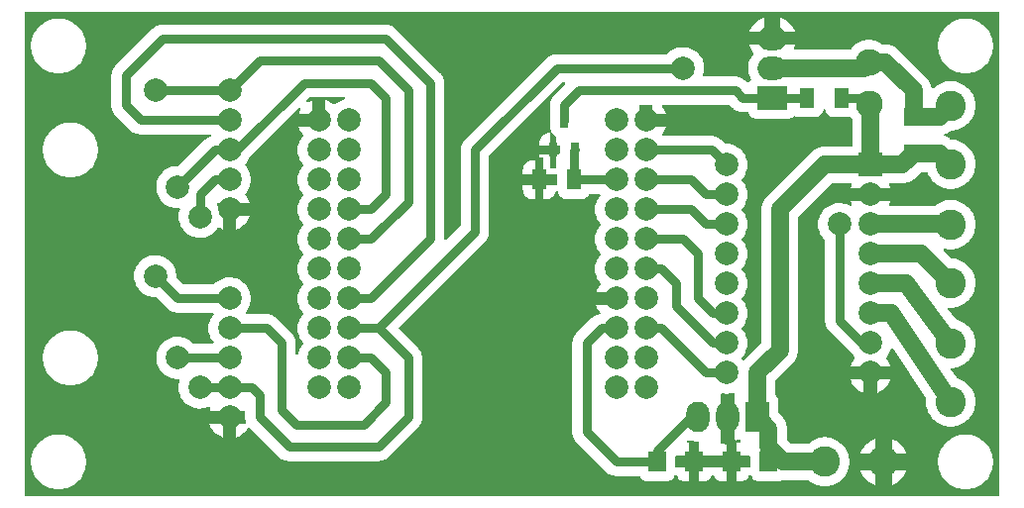
<source format=gbl>
G04 Layer: BottomLayer*
G04 EasyEDA v6.5.39, 2023-12-12 15:22:05*
G04 97430d4051d74cbab9520267499de571,defc1f93b7bc4f92b0c06f3051cee8fa,10*
G04 Gerber Generator version 0.2*
G04 Scale: 100 percent, Rotated: No, Reflected: No *
G04 Dimensions in millimeters *
G04 leading zeros omitted , absolute positions ,4 integer and 5 decimal *
%FSLAX45Y45*%
%MOMM*%

%AMMACRO1*21,1,$1,$2,0,0,$3*%
%ADD10C,0.8000*%
%ADD11C,1.5000*%
%ADD12MACRO1,1.701X1.2075X-90.0000*%
%ADD13MACRO1,1.728X1.485X-90.0000*%
%ADD14MACRO1,1.728X1.485X90.0000*%
%ADD15R,1.7280X1.4850*%
%ADD16MACRO1,1.728X1.485X0.0000*%
%ADD17MACRO1,0.7X1.25X0.0000*%
%ADD18C,2.0000*%
%ADD19O,2.4999949999999997X1.9999959999999999*%
%ADD20MACRO1,2.0015X2.4994X90.0000*%
%ADD21C,2.3000*%
%ADD22C,2.6000*%
%ADD23R,2.0000X2.0000*%
%ADD24O,1.9999959999999999X2.5999948*%
%ADD25R,2.0000X2.6000*%
%ADD26R,0.0130X2.6000*%

%LPD*%
G36*
X99568Y89408D02*
G01*
X95656Y90170D01*
X92405Y92405D01*
X90170Y95656D01*
X89408Y99568D01*
X89408Y4218432D01*
X90170Y4222343D01*
X92405Y4225594D01*
X95656Y4227830D01*
X99568Y4228592D01*
X8409432Y4228592D01*
X8413343Y4227830D01*
X8416594Y4225594D01*
X8418830Y4222343D01*
X8419592Y4218432D01*
X8419592Y99568D01*
X8418830Y95656D01*
X8416594Y92405D01*
X8413343Y90170D01*
X8409432Y89408D01*
G37*

%LPC*%
G36*
X370433Y145745D02*
G01*
X391566Y145745D01*
X412597Y147624D01*
X433425Y151384D01*
X453796Y157022D01*
X473557Y164439D01*
X492607Y173634D01*
X510743Y184454D01*
X527862Y196850D01*
X543763Y210769D01*
X558342Y226060D01*
X571550Y242570D01*
X583184Y260197D01*
X593191Y278841D01*
X601472Y298246D01*
X608025Y318363D01*
X612698Y338937D01*
X615543Y359867D01*
X616508Y381000D01*
X615543Y402132D01*
X612698Y423062D01*
X608025Y443636D01*
X601472Y463753D01*
X593191Y483158D01*
X583184Y501802D01*
X571550Y519430D01*
X558342Y535940D01*
X543763Y551230D01*
X527862Y565150D01*
X510743Y577545D01*
X492607Y588365D01*
X473557Y597560D01*
X453796Y604977D01*
X433425Y610616D01*
X412597Y614375D01*
X391566Y616254D01*
X370433Y616254D01*
X349402Y614375D01*
X328574Y610616D01*
X308203Y604977D01*
X288442Y597560D01*
X269392Y588365D01*
X251256Y577545D01*
X234188Y565150D01*
X218236Y551230D01*
X203657Y535940D01*
X190449Y519430D01*
X178816Y501802D01*
X168808Y483158D01*
X160528Y463753D01*
X153974Y443636D01*
X149301Y423062D01*
X146456Y402132D01*
X145491Y381000D01*
X146456Y359867D01*
X149301Y338937D01*
X153974Y318363D01*
X160528Y298246D01*
X168808Y278841D01*
X178816Y260197D01*
X190449Y242570D01*
X203657Y226060D01*
X218236Y210769D01*
X234188Y196850D01*
X251256Y184454D01*
X269392Y173634D01*
X288442Y164439D01*
X308203Y157022D01*
X328574Y151384D01*
X349402Y147624D01*
G37*
G36*
X8117433Y145745D02*
G01*
X8138515Y145745D01*
X8159597Y147624D01*
X8180374Y151384D01*
X8200745Y157022D01*
X8220557Y164439D01*
X8239556Y173634D01*
X8257692Y184454D01*
X8274812Y196850D01*
X8290712Y210769D01*
X8305342Y226060D01*
X8318500Y242570D01*
X8330133Y260197D01*
X8340140Y278841D01*
X8348472Y298246D01*
X8354974Y318363D01*
X8359698Y338937D01*
X8362543Y359867D01*
X8363508Y381000D01*
X8362543Y402132D01*
X8359698Y423062D01*
X8354974Y443636D01*
X8348472Y463753D01*
X8340140Y483158D01*
X8330133Y501802D01*
X8318500Y519430D01*
X8305342Y535940D01*
X8290712Y551230D01*
X8274812Y565150D01*
X8257692Y577545D01*
X8239556Y588365D01*
X8220557Y597560D01*
X8200745Y604977D01*
X8180374Y610616D01*
X8159597Y614375D01*
X8138515Y616254D01*
X8117433Y616254D01*
X8096351Y614375D01*
X8075574Y610616D01*
X8055203Y604977D01*
X8035391Y597560D01*
X8016392Y588365D01*
X7998256Y577545D01*
X7981137Y565150D01*
X7965236Y551230D01*
X7950606Y535940D01*
X7937449Y519430D01*
X7925816Y501802D01*
X7915808Y483158D01*
X7907477Y463753D01*
X7900974Y443636D01*
X7896250Y423062D01*
X7893405Y402132D01*
X7892491Y381000D01*
X7893405Y359867D01*
X7896250Y338937D01*
X7900974Y318363D01*
X7907477Y298246D01*
X7915808Y278841D01*
X7925816Y260197D01*
X7937449Y242570D01*
X7950606Y226060D01*
X7965236Y210769D01*
X7981137Y196850D01*
X7998256Y184454D01*
X8016392Y173634D01*
X8035391Y164439D01*
X8055203Y157022D01*
X8075574Y151384D01*
X8096351Y147624D01*
G37*
G36*
X6915048Y170738D02*
G01*
X6935063Y170738D01*
X6954977Y172618D01*
X6974687Y176428D01*
X6993890Y182067D01*
X7012482Y189534D01*
X7030313Y198678D01*
X7047128Y209550D01*
X7062876Y221894D01*
X7077405Y235712D01*
X7090511Y250850D01*
X7102144Y267208D01*
X7112152Y284530D01*
X7120483Y302768D01*
X7127036Y321716D01*
X7131761Y341172D01*
X7134606Y360984D01*
X7135571Y381000D01*
X7134606Y401015D01*
X7131761Y420827D01*
X7127036Y440283D01*
X7120483Y459232D01*
X7112152Y477469D01*
X7102144Y494792D01*
X7090511Y511149D01*
X7077405Y526288D01*
X7062876Y540105D01*
X7047128Y552450D01*
X7030313Y563321D01*
X7012482Y572465D01*
X6993890Y579932D01*
X6974687Y585571D01*
X6954977Y589381D01*
X6935063Y591261D01*
X6915048Y591261D01*
X6895084Y589381D01*
X6875424Y585571D01*
X6856171Y579932D01*
X6837578Y572465D01*
X6819798Y563321D01*
X6802932Y552450D01*
X6787184Y540105D01*
X6783171Y537260D01*
X6779361Y536498D01*
X6641388Y536498D01*
X6637477Y537311D01*
X6634225Y539496D01*
X6604253Y569417D01*
X6602069Y572719D01*
X6601256Y576630D01*
X6601206Y669798D01*
X6600342Y682701D01*
X6599885Y686612D01*
X6597599Y699312D01*
X6596735Y703122D01*
X6593078Y715518D01*
X6591808Y719226D01*
X6586829Y731164D01*
X6585153Y734720D01*
X6578955Y746048D01*
X6576872Y749350D01*
X6569506Y759968D01*
X6567068Y763066D01*
X6558584Y772769D01*
X6533489Y797966D01*
X6531305Y801217D01*
X6530492Y805129D01*
X6530492Y891133D01*
X6529679Y902969D01*
X6527241Y914196D01*
X6523228Y924966D01*
X6517690Y935024D01*
X6510832Y944219D01*
X6508496Y946556D01*
X6506311Y949858D01*
X6505498Y953719D01*
X6505498Y1074369D01*
X6506311Y1078280D01*
X6508496Y1081532D01*
X6653326Y1226464D01*
X6661810Y1236167D01*
X6664248Y1239266D01*
X6671614Y1249883D01*
X6673697Y1253236D01*
X6679895Y1264513D01*
X6681571Y1268069D01*
X6686499Y1280007D01*
X6687820Y1283716D01*
X6691426Y1296111D01*
X6692341Y1299921D01*
X6694576Y1312672D01*
X6695084Y1316532D01*
X6695948Y1329436D01*
X6695998Y2471369D01*
X6696811Y2475280D01*
X6698996Y2478582D01*
X6982917Y2762504D01*
X6986219Y2764688D01*
X6990130Y2765501D01*
X7146442Y2765501D01*
X7150455Y2764637D01*
X7153859Y2762300D01*
X7155992Y2758795D01*
X7156602Y2754731D01*
X7155535Y2750769D01*
X7149795Y2739288D01*
X7143800Y2723337D01*
X7258862Y2723337D01*
X7258862Y2730296D01*
X7259624Y2734208D01*
X7261809Y2737510D01*
X7265111Y2739694D01*
X7269022Y2740456D01*
X7361377Y2740456D01*
X7365288Y2739694D01*
X7368540Y2737510D01*
X7370775Y2734208D01*
X7371537Y2730296D01*
X7371537Y2723337D01*
X7486446Y2723337D01*
X7484109Y2730652D01*
X7476642Y2747670D01*
X7475169Y2750312D01*
X7473899Y2754325D01*
X7474356Y2758490D01*
X7476490Y2762148D01*
X7479893Y2764586D01*
X7484008Y2765501D01*
X7592822Y2765552D01*
X7605674Y2766415D01*
X7609586Y2766872D01*
X7622336Y2769158D01*
X7626146Y2770073D01*
X7638542Y2773680D01*
X7642250Y2775000D01*
X7654188Y2779928D01*
X7657744Y2781604D01*
X7669022Y2787802D01*
X7672374Y2789885D01*
X7682992Y2797302D01*
X7686090Y2799689D01*
X7695793Y2808173D01*
X7744917Y2857246D01*
X7748219Y2859430D01*
X7752130Y2860243D01*
X7793380Y2860243D01*
X7797292Y2859430D01*
X7800594Y2857195D01*
X7802778Y2853842D01*
X7809484Y2837078D01*
X7818678Y2819298D01*
X7829499Y2802432D01*
X7841894Y2786684D01*
X7855712Y2772206D01*
X7870850Y2759100D01*
X7887157Y2747467D01*
X7904530Y2737459D01*
X7922768Y2729128D01*
X7941665Y2722575D01*
X7961122Y2717850D01*
X7980984Y2715006D01*
X8001000Y2714040D01*
X8021015Y2715006D01*
X8040827Y2717850D01*
X8060283Y2722575D01*
X8079231Y2729128D01*
X8097469Y2737459D01*
X8114792Y2747467D01*
X8131098Y2759100D01*
X8146237Y2772206D01*
X8160054Y2786684D01*
X8172450Y2802432D01*
X8183270Y2819298D01*
X8192465Y2837078D01*
X8199932Y2855722D01*
X8205571Y2874924D01*
X8209330Y2894584D01*
X8211261Y2914548D01*
X8211261Y2934563D01*
X8209330Y2954528D01*
X8205571Y2974187D01*
X8199932Y2993390D01*
X8192465Y3011982D01*
X8183270Y3029813D01*
X8172450Y3046679D01*
X8160054Y3062376D01*
X8146237Y3076905D01*
X8131098Y3090011D01*
X8114792Y3101644D01*
X8097469Y3111652D01*
X8079231Y3119983D01*
X8060283Y3126536D01*
X8040827Y3131261D01*
X8021015Y3134106D01*
X8013395Y3134461D01*
X8010296Y3135122D01*
X8007603Y3136646D01*
X8003997Y3139490D01*
X7993430Y3146856D01*
X7990078Y3148939D01*
X7978749Y3155137D01*
X7975193Y3156813D01*
X7963306Y3161792D01*
X7952181Y3165246D01*
X7948371Y3167329D01*
X7945780Y3170783D01*
X7944866Y3175000D01*
X7945780Y3179216D01*
X7948371Y3182670D01*
X7952181Y3184753D01*
X7959598Y3186887D01*
X7963306Y3188208D01*
X7975244Y3193135D01*
X7978800Y3194862D01*
X7990078Y3201060D01*
X7993430Y3203143D01*
X8003997Y3210509D01*
X8007603Y3213354D01*
X8010347Y3214878D01*
X8013395Y3215538D01*
X8021015Y3215894D01*
X8040827Y3218738D01*
X8060283Y3223463D01*
X8079231Y3230016D01*
X8097469Y3238347D01*
X8114792Y3248355D01*
X8131098Y3259988D01*
X8146237Y3273094D01*
X8160054Y3287572D01*
X8172450Y3303320D01*
X8183270Y3320186D01*
X8192465Y3337966D01*
X8199932Y3356610D01*
X8205571Y3375812D01*
X8209330Y3395472D01*
X8211261Y3415436D01*
X8211261Y3435451D01*
X8209330Y3455415D01*
X8205571Y3475075D01*
X8199932Y3494278D01*
X8192465Y3512870D01*
X8183270Y3530701D01*
X8172450Y3547567D01*
X8160054Y3563264D01*
X8146237Y3577793D01*
X8131098Y3590899D01*
X8114792Y3602532D01*
X8097469Y3612540D01*
X8079231Y3620871D01*
X8060283Y3627424D01*
X8040827Y3632149D01*
X8021015Y3634994D01*
X8001000Y3635959D01*
X7980984Y3634994D01*
X7961122Y3632149D01*
X7941665Y3627424D01*
X7922768Y3620871D01*
X7904530Y3612540D01*
X7887157Y3602532D01*
X7870850Y3590899D01*
X7855712Y3577793D01*
X7854086Y3576116D01*
X7850378Y3573627D01*
X7846009Y3572967D01*
X7841742Y3574287D01*
X7838440Y3577285D01*
X7836712Y3581400D01*
X7835341Y3589578D01*
X7834477Y3593388D01*
X7830820Y3605784D01*
X7829550Y3609492D01*
X7824571Y3621430D01*
X7822895Y3624986D01*
X7816697Y3636314D01*
X7814614Y3639616D01*
X7807248Y3650234D01*
X7804810Y3653332D01*
X7796326Y3663035D01*
X7552029Y3907332D01*
X7542326Y3915816D01*
X7539228Y3918204D01*
X7528610Y3925620D01*
X7525308Y3927703D01*
X7513980Y3933901D01*
X7510424Y3935577D01*
X7498486Y3940505D01*
X7494778Y3941826D01*
X7482382Y3945432D01*
X7478572Y3946347D01*
X7465872Y3948633D01*
X7461961Y3949090D01*
X7449108Y3949954D01*
X7423912Y3950004D01*
X7420762Y3950512D01*
X7417917Y3952036D01*
X7411110Y3957065D01*
X7394651Y3966921D01*
X7377328Y3975100D01*
X7359243Y3981602D01*
X7340650Y3986225D01*
X7321651Y3989070D01*
X7302500Y3989984D01*
X7283348Y3989070D01*
X7264349Y3986225D01*
X7245756Y3981602D01*
X7227671Y3975100D01*
X7210348Y3966921D01*
X7193889Y3957065D01*
X7178446Y3945636D01*
X7164222Y3932732D01*
X7151370Y3918508D01*
X7142175Y3906113D01*
X7139940Y3903929D01*
X7137095Y3902506D01*
X7133996Y3901998D01*
X6670751Y3901998D01*
X6666687Y3902862D01*
X6663283Y3905300D01*
X6661150Y3908958D01*
X6660642Y3913073D01*
X6661861Y3917086D01*
X6664045Y3920998D01*
X6671259Y3937812D01*
X6673240Y3944162D01*
X6545834Y3944162D01*
X6545834Y3934002D01*
X6544919Y3929735D01*
X6542278Y3926281D01*
X6538468Y3924198D01*
X6534150Y3923944D01*
X6520230Y3926078D01*
X6501739Y3926992D01*
X6452260Y3926992D01*
X6433718Y3926078D01*
X6419850Y3923944D01*
X6415481Y3924198D01*
X6411671Y3926281D01*
X6409080Y3929735D01*
X6408115Y3934002D01*
X6408115Y3944162D01*
X6280708Y3944162D01*
X6282740Y3937812D01*
X6289954Y3920998D01*
X6298793Y3904996D01*
X6309258Y3890010D01*
X6317742Y3880104D01*
X6319570Y3877005D01*
X6320180Y3873500D01*
X6319570Y3869944D01*
X6317742Y3866896D01*
X6309258Y3856990D01*
X6298793Y3841953D01*
X6289954Y3826001D01*
X6282740Y3809187D01*
X6277254Y3791712D01*
X6273546Y3773830D01*
X6271717Y3755644D01*
X6271717Y3737356D01*
X6273546Y3719169D01*
X6277254Y3701237D01*
X6282740Y3683812D01*
X6289954Y3666998D01*
X6294424Y3658870D01*
X6295694Y3654755D01*
X6295085Y3650437D01*
X6292748Y3646779D01*
X6291173Y3645204D01*
X6284264Y3636010D01*
X6278626Y3625697D01*
X6276289Y3622801D01*
X6272987Y3620973D01*
X6269278Y3620414D01*
X6265621Y3621278D01*
X6262522Y3623411D01*
X6244844Y3641090D01*
X6239408Y3646220D01*
X6233820Y3650843D01*
X6227978Y3655161D01*
X6221831Y3659124D01*
X6215481Y3662730D01*
X6208979Y3665880D01*
X6202222Y3668674D01*
X6195364Y3671062D01*
X6188354Y3672992D01*
X6181242Y3674516D01*
X6174028Y3675634D01*
X6166764Y3676294D01*
X6159347Y3676497D01*
X5895949Y3676497D01*
X5892139Y3677259D01*
X5888888Y3679393D01*
X5886653Y3682593D01*
X5885789Y3686403D01*
X5886958Y3691585D01*
X5891682Y3709568D01*
X5894527Y3727958D01*
X5895492Y3746500D01*
X5894527Y3765042D01*
X5891682Y3783431D01*
X5886958Y3801414D01*
X5880404Y3818788D01*
X5872073Y3835400D01*
X5862116Y3851097D01*
X5850585Y3865676D01*
X5837631Y3878986D01*
X5823356Y3890873D01*
X5807913Y3901236D01*
X5791504Y3909974D01*
X5774283Y3916984D01*
X5756452Y3922166D01*
X5738164Y3925519D01*
X5719622Y3926941D01*
X5701080Y3926484D01*
X5682640Y3924096D01*
X5664555Y3919829D01*
X5646978Y3913682D01*
X5630164Y3905808D01*
X5614212Y3896258D01*
X5599379Y3885082D01*
X5585714Y3872484D01*
X5583986Y3870451D01*
X5580532Y3867912D01*
X5576316Y3866997D01*
X4635652Y3866997D01*
X4628235Y3866794D01*
X4620971Y3866134D01*
X4613757Y3865016D01*
X4606645Y3863492D01*
X4599635Y3861562D01*
X4592777Y3859174D01*
X4586020Y3856380D01*
X4579467Y3853230D01*
X4573168Y3849624D01*
X4567021Y3845661D01*
X4561179Y3841343D01*
X4555591Y3836720D01*
X4550156Y3831590D01*
X3851859Y3133344D01*
X3846779Y3127908D01*
X3842105Y3122320D01*
X3837787Y3116478D01*
X3833876Y3110331D01*
X3830269Y3103981D01*
X3827068Y3097479D01*
X3824325Y3090722D01*
X3821937Y3083864D01*
X3819956Y3076854D01*
X3818432Y3069742D01*
X3817365Y3062528D01*
X3816705Y3055264D01*
X3816451Y3047847D01*
X3816451Y2403602D01*
X3815689Y2399741D01*
X3813505Y2396439D01*
X3693820Y2276754D01*
X3690467Y2274519D01*
X3686505Y2273757D01*
X3682593Y2274620D01*
X3679291Y2276906D01*
X3677158Y2280259D01*
X3676446Y2284222D01*
X3676497Y3619347D01*
X3676294Y3626764D01*
X3675634Y3634028D01*
X3674516Y3641242D01*
X3672992Y3648354D01*
X3671062Y3655364D01*
X3668674Y3662222D01*
X3665880Y3668979D01*
X3662730Y3675481D01*
X3659124Y3681831D01*
X3655161Y3687978D01*
X3650843Y3693820D01*
X3646220Y3699408D01*
X3641090Y3704844D01*
X3260344Y4085590D01*
X3254908Y4090720D01*
X3249320Y4095343D01*
X3243478Y4099661D01*
X3237331Y4103624D01*
X3230981Y4107230D01*
X3224479Y4110380D01*
X3217722Y4113174D01*
X3210864Y4115562D01*
X3203854Y4117492D01*
X3196742Y4119016D01*
X3189528Y4120134D01*
X3182264Y4120794D01*
X3174847Y4120997D01*
X1270152Y4120997D01*
X1262735Y4120794D01*
X1255471Y4120134D01*
X1248257Y4119016D01*
X1241145Y4117492D01*
X1234135Y4115562D01*
X1227277Y4113174D01*
X1220520Y4110380D01*
X1214018Y4107230D01*
X1207668Y4103624D01*
X1201521Y4099661D01*
X1195679Y4095343D01*
X1190091Y4090720D01*
X1184656Y4085590D01*
X867410Y3768344D01*
X862279Y3762908D01*
X857656Y3757320D01*
X853338Y3751478D01*
X849376Y3745331D01*
X845769Y3738981D01*
X842619Y3732479D01*
X839825Y3725722D01*
X837437Y3718864D01*
X835507Y3711854D01*
X833983Y3704742D01*
X832866Y3697528D01*
X832205Y3690264D01*
X832002Y3682847D01*
X832002Y3429152D01*
X832205Y3421735D01*
X832866Y3414471D01*
X833983Y3407257D01*
X835507Y3400145D01*
X837437Y3393135D01*
X839825Y3386277D01*
X842619Y3379520D01*
X845769Y3373018D01*
X849376Y3366668D01*
X853338Y3360521D01*
X857656Y3354679D01*
X862279Y3349091D01*
X867410Y3343656D01*
X994156Y3216910D01*
X999591Y3211779D01*
X1005179Y3207156D01*
X1011021Y3202838D01*
X1017168Y3198876D01*
X1023518Y3195269D01*
X1030020Y3192119D01*
X1036777Y3189325D01*
X1043635Y3186938D01*
X1050645Y3185007D01*
X1057757Y3183483D01*
X1064971Y3182366D01*
X1072235Y3181705D01*
X1079652Y3181502D01*
X1671472Y3181502D01*
X1675434Y3180689D01*
X1678736Y3178403D01*
X1680921Y3174949D01*
X1681632Y3170986D01*
X1680667Y3167024D01*
X1678279Y3163773D01*
X1674774Y3161741D01*
X1665020Y3157880D01*
X1658518Y3154730D01*
X1652168Y3151124D01*
X1646021Y3147161D01*
X1640179Y3142843D01*
X1634591Y3138220D01*
X1629156Y3133090D01*
X1409903Y2913888D01*
X1406245Y2911500D01*
X1401622Y2910941D01*
X1383080Y2910484D01*
X1364640Y2908096D01*
X1346555Y2903829D01*
X1328978Y2897682D01*
X1312164Y2889808D01*
X1296212Y2880258D01*
X1281379Y2869082D01*
X1267714Y2856484D01*
X1255471Y2842514D01*
X1244701Y2827375D01*
X1235557Y2811221D01*
X1228090Y2794152D01*
X1222451Y2776474D01*
X1218641Y2758287D01*
X1216710Y2739796D01*
X1216710Y2721203D01*
X1218641Y2702712D01*
X1222451Y2684526D01*
X1228090Y2666847D01*
X1235557Y2649778D01*
X1244701Y2633624D01*
X1255471Y2618486D01*
X1267714Y2604516D01*
X1281379Y2591917D01*
X1296212Y2580741D01*
X1312164Y2571191D01*
X1328978Y2563317D01*
X1346555Y2557170D01*
X1364640Y2552903D01*
X1383080Y2550515D01*
X1401622Y2550058D01*
X1407210Y2550464D01*
X1411122Y2550007D01*
X1414576Y2548077D01*
X1417015Y2544978D01*
X1418132Y2541168D01*
X1417675Y2537256D01*
X1412951Y2522474D01*
X1409141Y2504287D01*
X1407210Y2485796D01*
X1407210Y2467203D01*
X1409141Y2448712D01*
X1412951Y2430526D01*
X1418590Y2412847D01*
X1426057Y2395778D01*
X1435201Y2379624D01*
X1445971Y2364486D01*
X1458214Y2350516D01*
X1471879Y2337917D01*
X1486712Y2326741D01*
X1502664Y2317191D01*
X1519478Y2309317D01*
X1537055Y2303170D01*
X1555140Y2298903D01*
X1573580Y2296515D01*
X1592122Y2296058D01*
X1610664Y2297480D01*
X1628952Y2300833D01*
X1646783Y2306015D01*
X1664004Y2313025D01*
X1680413Y2321763D01*
X1695856Y2332126D01*
X1710131Y2344013D01*
X1723085Y2357323D01*
X1734616Y2371902D01*
X1739442Y2379472D01*
X1742135Y2382316D01*
X1745640Y2383891D01*
X1749552Y2384044D01*
X1753209Y2382723D01*
X1756664Y2380691D01*
X1773478Y2372766D01*
X1785162Y2368753D01*
X1785162Y2483662D01*
X1777288Y2483662D01*
X1773529Y2484374D01*
X1770278Y2486456D01*
X1768043Y2489555D01*
X1767027Y2495042D01*
X1764182Y2513431D01*
X1759457Y2531414D01*
X1752904Y2548788D01*
X1744573Y2565400D01*
X1734820Y2580741D01*
X1733346Y2584754D01*
X1733651Y2589072D01*
X1735734Y2592832D01*
X1739188Y2595422D01*
X1743405Y2596337D01*
X1785162Y2596337D01*
X1785162Y2609240D01*
X1785823Y2612847D01*
X1787702Y2615946D01*
X1790547Y2618232D01*
X1794002Y2619298D01*
X1797659Y2619146D01*
X1809140Y2616403D01*
X1827580Y2614015D01*
X1846122Y2613558D01*
X1864664Y2614980D01*
X1882952Y2618333D01*
X1884832Y2618841D01*
X1888591Y2619248D01*
X1892198Y2618232D01*
X1895195Y2615996D01*
X1897176Y2612796D01*
X1897837Y2609088D01*
X1897837Y2596337D01*
X2012899Y2596337D01*
X2006904Y2612288D01*
X1998573Y2628900D01*
X1988616Y2644597D01*
X1977085Y2659176D01*
X1974240Y2663190D01*
X1973478Y2667000D01*
X1974240Y2670810D01*
X1977085Y2674823D01*
X1988616Y2689402D01*
X1998573Y2705100D01*
X2006904Y2721711D01*
X2013457Y2739085D01*
X2018182Y2757068D01*
X2021027Y2775458D01*
X2021992Y2794000D01*
X2021027Y2812542D01*
X2018182Y2830931D01*
X2013457Y2848864D01*
X2006904Y2866288D01*
X1998573Y2882900D01*
X1988616Y2898597D01*
X1977085Y2913176D01*
X1974240Y2917190D01*
X1973478Y2921000D01*
X1974240Y2924810D01*
X1977085Y2928823D01*
X1988616Y2943402D01*
X1998573Y2959100D01*
X2006904Y2975711D01*
X2008378Y2979674D01*
X2010714Y2983280D01*
X2430780Y3403346D01*
X2434285Y3405632D01*
X2438349Y3406343D01*
X2442362Y3405327D01*
X2445664Y3402837D01*
X2447696Y3399231D01*
X2448102Y3395116D01*
X2446832Y3391154D01*
X2442057Y3382721D01*
X2434590Y3365652D01*
X2432253Y3358337D01*
X2547162Y3358337D01*
X2547162Y3473246D01*
X2535478Y3469182D01*
X2518664Y3461308D01*
X2514701Y3458921D01*
X2510739Y3457549D01*
X2506573Y3457905D01*
X2502916Y3459886D01*
X2500325Y3463188D01*
X2499309Y3467201D01*
X2500020Y3471316D01*
X2502255Y3474821D01*
X2523439Y3496005D01*
X2526741Y3498189D01*
X2530652Y3498951D01*
X2820060Y3498951D01*
X2824175Y3498087D01*
X2827578Y3495649D01*
X2829712Y3492042D01*
X2830169Y3487877D01*
X2828950Y3483864D01*
X2826207Y3480714D01*
X2822397Y3478936D01*
X2807055Y3475329D01*
X2789478Y3469182D01*
X2772664Y3461308D01*
X2756712Y3451758D01*
X2741879Y3440582D01*
X2737459Y3436518D01*
X2734360Y3434587D01*
X2730804Y3433826D01*
X2727198Y3434384D01*
X2724048Y3436162D01*
X2711856Y3446373D01*
X2696413Y3456736D01*
X2680004Y3465474D01*
X2662783Y3472484D01*
X2659837Y3473348D01*
X2659837Y3358337D01*
X2672588Y3358337D01*
X2676956Y3357372D01*
X2680512Y3354578D01*
X2682494Y3350564D01*
X2682544Y3346094D01*
X2679141Y3329787D01*
X2677210Y3311296D01*
X2677210Y3292703D01*
X2679141Y3274212D01*
X2682544Y3257905D01*
X2682494Y3253384D01*
X2680512Y3249422D01*
X2676956Y3246628D01*
X2672588Y3245662D01*
X2659837Y3245662D01*
X2659837Y3232861D01*
X2659176Y3229203D01*
X2657195Y3226003D01*
X2654198Y3223768D01*
X2650591Y3222752D01*
X2646832Y3223107D01*
X2644952Y3223666D01*
X2626664Y3227019D01*
X2608122Y3228441D01*
X2589580Y3227984D01*
X2571140Y3225596D01*
X2559659Y3222853D01*
X2556002Y3222650D01*
X2552547Y3223768D01*
X2549652Y3226054D01*
X2547772Y3229152D01*
X2547162Y3232759D01*
X2547162Y3245662D01*
X2432253Y3245662D01*
X2434590Y3238296D01*
X2442057Y3221278D01*
X2451201Y3205124D01*
X2461971Y3189986D01*
X2469235Y3181705D01*
X2471115Y3178556D01*
X2471775Y3175000D01*
X2471115Y3171393D01*
X2469235Y3168294D01*
X2461971Y3160014D01*
X2451201Y3144875D01*
X2442057Y3128721D01*
X2434590Y3111652D01*
X2428951Y3093974D01*
X2425141Y3075787D01*
X2423210Y3057296D01*
X2423210Y3038703D01*
X2425141Y3020212D01*
X2428951Y3002026D01*
X2434590Y2984296D01*
X2442057Y2967278D01*
X2451201Y2951124D01*
X2461971Y2935986D01*
X2469235Y2927705D01*
X2471115Y2924556D01*
X2471775Y2921000D01*
X2471115Y2917393D01*
X2469235Y2914294D01*
X2461971Y2906014D01*
X2451201Y2890875D01*
X2442057Y2874721D01*
X2434590Y2857652D01*
X2428951Y2839974D01*
X2425141Y2821787D01*
X2423210Y2803296D01*
X2423210Y2784703D01*
X2425141Y2766212D01*
X2428951Y2748026D01*
X2434590Y2730296D01*
X2442057Y2713278D01*
X2451201Y2697124D01*
X2461971Y2681986D01*
X2469235Y2673705D01*
X2471115Y2670556D01*
X2471775Y2667000D01*
X2471115Y2663393D01*
X2469235Y2660294D01*
X2461971Y2652014D01*
X2451201Y2636875D01*
X2442057Y2620721D01*
X2434590Y2603652D01*
X2428951Y2585974D01*
X2425141Y2567787D01*
X2423210Y2549296D01*
X2423210Y2530703D01*
X2425141Y2512212D01*
X2428951Y2494026D01*
X2434590Y2476296D01*
X2442057Y2459278D01*
X2451201Y2443124D01*
X2461971Y2427986D01*
X2469235Y2419705D01*
X2471115Y2416556D01*
X2471775Y2413000D01*
X2471115Y2409393D01*
X2469235Y2406294D01*
X2461971Y2398014D01*
X2451201Y2382875D01*
X2442057Y2366721D01*
X2434590Y2349652D01*
X2428951Y2331974D01*
X2425141Y2313787D01*
X2423210Y2295296D01*
X2423210Y2276703D01*
X2425141Y2258212D01*
X2428951Y2240026D01*
X2434590Y2222296D01*
X2442057Y2205278D01*
X2451201Y2189124D01*
X2461971Y2173986D01*
X2469235Y2165705D01*
X2471115Y2162556D01*
X2471775Y2159000D01*
X2471115Y2155393D01*
X2469235Y2152294D01*
X2461971Y2144014D01*
X2451201Y2128875D01*
X2442057Y2112721D01*
X2434590Y2095652D01*
X2428951Y2077974D01*
X2425141Y2059787D01*
X2423210Y2041296D01*
X2423210Y2022703D01*
X2425141Y2004212D01*
X2428951Y1986025D01*
X2434590Y1968296D01*
X2442057Y1951278D01*
X2451201Y1935124D01*
X2461971Y1919986D01*
X2469235Y1911705D01*
X2471115Y1908556D01*
X2471775Y1905000D01*
X2471115Y1901393D01*
X2469235Y1898294D01*
X2461971Y1890014D01*
X2451201Y1874875D01*
X2442057Y1858721D01*
X2434590Y1841652D01*
X2428951Y1823974D01*
X2425141Y1805787D01*
X2423210Y1787296D01*
X2423210Y1768703D01*
X2425141Y1750212D01*
X2428951Y1732025D01*
X2434590Y1714296D01*
X2442057Y1697278D01*
X2451201Y1681124D01*
X2461971Y1665986D01*
X2469235Y1657705D01*
X2471115Y1654556D01*
X2471775Y1651000D01*
X2471115Y1647393D01*
X2469235Y1644294D01*
X2461971Y1636014D01*
X2451201Y1620875D01*
X2442057Y1604721D01*
X2434590Y1587652D01*
X2428951Y1569974D01*
X2425141Y1551787D01*
X2423210Y1533296D01*
X2423210Y1514703D01*
X2425141Y1496212D01*
X2428951Y1478026D01*
X2434590Y1460296D01*
X2442057Y1443278D01*
X2451201Y1427124D01*
X2461971Y1411986D01*
X2469235Y1403705D01*
X2471115Y1400556D01*
X2471775Y1397000D01*
X2471115Y1393393D01*
X2469235Y1390294D01*
X2461971Y1382014D01*
X2451201Y1366875D01*
X2442057Y1350721D01*
X2434590Y1333652D01*
X2428951Y1315974D01*
X2426614Y1304899D01*
X2424938Y1300988D01*
X2421788Y1298194D01*
X2417775Y1296873D01*
X2413558Y1297279D01*
X2409901Y1299413D01*
X2407412Y1302816D01*
X2406497Y1306931D01*
X2406497Y1396847D01*
X2406294Y1404264D01*
X2405634Y1411528D01*
X2404516Y1418742D01*
X2402992Y1425854D01*
X2401062Y1432864D01*
X2398674Y1439722D01*
X2395880Y1446479D01*
X2392730Y1452981D01*
X2389124Y1459331D01*
X2385161Y1465478D01*
X2380843Y1471320D01*
X2376220Y1476908D01*
X2371090Y1482344D01*
X2244293Y1609090D01*
X2238908Y1614220D01*
X2233320Y1618843D01*
X2227427Y1623161D01*
X2221331Y1627124D01*
X2214981Y1630730D01*
X2208428Y1633880D01*
X2201722Y1636674D01*
X2194814Y1639062D01*
X2187803Y1640992D01*
X2180691Y1642516D01*
X2173528Y1643634D01*
X2166264Y1644294D01*
X2158847Y1644497D01*
X1986737Y1644497D01*
X1982368Y1645513D01*
X1978812Y1648307D01*
X1976831Y1652371D01*
X1976831Y1656892D01*
X1978761Y1661007D01*
X1988616Y1673402D01*
X1998573Y1689100D01*
X2006904Y1705711D01*
X2013457Y1723085D01*
X2018182Y1741068D01*
X2021027Y1759457D01*
X2021992Y1778000D01*
X2021027Y1796542D01*
X2018182Y1814931D01*
X2013457Y1832914D01*
X2006904Y1850288D01*
X1998573Y1866900D01*
X1988616Y1882597D01*
X1977085Y1897176D01*
X1964131Y1910486D01*
X1949856Y1922373D01*
X1934413Y1932736D01*
X1918004Y1941474D01*
X1900783Y1948484D01*
X1882952Y1953666D01*
X1864664Y1957019D01*
X1846122Y1958441D01*
X1827580Y1957984D01*
X1809140Y1955596D01*
X1791055Y1951329D01*
X1773478Y1945182D01*
X1756664Y1937308D01*
X1740712Y1927758D01*
X1725879Y1916582D01*
X1712214Y1903984D01*
X1710486Y1901952D01*
X1707032Y1899412D01*
X1702816Y1898497D01*
X1451102Y1898497D01*
X1447241Y1899310D01*
X1443939Y1901494D01*
X1389684Y1955749D01*
X1387398Y1959254D01*
X1386738Y1963420D01*
X1386992Y1968500D01*
X1386027Y1987042D01*
X1383182Y2005431D01*
X1378458Y2023414D01*
X1371904Y2040788D01*
X1363573Y2057400D01*
X1353616Y2073097D01*
X1342085Y2087676D01*
X1329131Y2100986D01*
X1314856Y2112873D01*
X1299413Y2123236D01*
X1283004Y2131974D01*
X1265783Y2138984D01*
X1247952Y2144166D01*
X1229664Y2147519D01*
X1211122Y2148941D01*
X1192580Y2148484D01*
X1174140Y2146096D01*
X1156055Y2141829D01*
X1138478Y2135682D01*
X1121664Y2127808D01*
X1105712Y2118258D01*
X1090879Y2107082D01*
X1077214Y2094484D01*
X1064971Y2080514D01*
X1054201Y2065375D01*
X1045057Y2049221D01*
X1037590Y2032152D01*
X1031951Y2014474D01*
X1028141Y1996287D01*
X1026210Y1977796D01*
X1026210Y1959203D01*
X1028141Y1940712D01*
X1031951Y1922525D01*
X1037590Y1904847D01*
X1045057Y1887778D01*
X1054201Y1871624D01*
X1064971Y1856486D01*
X1077214Y1842516D01*
X1090879Y1829917D01*
X1105712Y1818741D01*
X1121664Y1809191D01*
X1138478Y1801317D01*
X1156055Y1795170D01*
X1174140Y1790903D01*
X1192580Y1788515D01*
X1211478Y1788058D01*
X1215745Y1787499D01*
X1219403Y1785112D01*
X1311656Y1692910D01*
X1317091Y1687779D01*
X1322679Y1683156D01*
X1328521Y1678838D01*
X1334668Y1674875D01*
X1340967Y1671269D01*
X1347520Y1668119D01*
X1354277Y1665325D01*
X1361135Y1662938D01*
X1368145Y1661007D01*
X1375257Y1659483D01*
X1382471Y1658366D01*
X1389735Y1657705D01*
X1397152Y1657502D01*
X1696364Y1657502D01*
X1700174Y1656740D01*
X1703374Y1654657D01*
X1705610Y1651507D01*
X1706524Y1647748D01*
X1705965Y1643938D01*
X1703984Y1640636D01*
X1699971Y1636014D01*
X1689201Y1620875D01*
X1680057Y1604721D01*
X1672589Y1587652D01*
X1666951Y1569974D01*
X1663141Y1551787D01*
X1661210Y1533296D01*
X1661210Y1514703D01*
X1663141Y1496212D01*
X1666951Y1478026D01*
X1672589Y1460347D01*
X1680057Y1443278D01*
X1689201Y1427124D01*
X1699971Y1411986D01*
X1703984Y1407363D01*
X1705965Y1404061D01*
X1706524Y1400251D01*
X1705610Y1396492D01*
X1703374Y1393342D01*
X1700174Y1391259D01*
X1696364Y1390497D01*
X1535531Y1390497D01*
X1531620Y1391310D01*
X1528267Y1393596D01*
X1519631Y1402486D01*
X1505356Y1414373D01*
X1489913Y1424736D01*
X1473504Y1433474D01*
X1456283Y1440484D01*
X1438452Y1445666D01*
X1420164Y1449019D01*
X1401622Y1450441D01*
X1383080Y1449984D01*
X1364640Y1447596D01*
X1346555Y1443329D01*
X1328978Y1437182D01*
X1312164Y1429308D01*
X1296212Y1419758D01*
X1281379Y1408582D01*
X1267714Y1395984D01*
X1255471Y1382014D01*
X1244701Y1366875D01*
X1235557Y1350721D01*
X1228090Y1333652D01*
X1222451Y1315974D01*
X1218641Y1297787D01*
X1216710Y1279296D01*
X1216710Y1260703D01*
X1218641Y1242212D01*
X1222451Y1224026D01*
X1228090Y1206347D01*
X1235557Y1189278D01*
X1244701Y1173124D01*
X1255471Y1157986D01*
X1267714Y1144016D01*
X1281379Y1131417D01*
X1296212Y1120241D01*
X1312164Y1110691D01*
X1328978Y1102817D01*
X1346555Y1096670D01*
X1364640Y1092403D01*
X1383080Y1090015D01*
X1401622Y1089558D01*
X1407210Y1089964D01*
X1411122Y1089507D01*
X1414576Y1087577D01*
X1417015Y1084478D01*
X1418132Y1080668D01*
X1417675Y1076756D01*
X1412951Y1061974D01*
X1409141Y1043787D01*
X1407210Y1025296D01*
X1407210Y1006703D01*
X1409141Y988212D01*
X1412951Y970026D01*
X1418590Y952347D01*
X1426057Y935278D01*
X1435201Y919124D01*
X1445971Y903986D01*
X1458214Y890016D01*
X1471879Y877417D01*
X1486712Y866241D01*
X1502664Y856691D01*
X1519478Y848817D01*
X1537055Y842670D01*
X1555140Y838403D01*
X1573580Y836015D01*
X1592122Y835558D01*
X1610664Y836980D01*
X1628952Y840333D01*
X1646783Y845515D01*
X1664004Y852525D01*
X1668678Y854049D01*
X1672843Y853490D01*
X1676400Y851357D01*
X1678787Y848004D01*
X1679651Y843940D01*
X1678787Y839825D01*
X1672589Y825652D01*
X1670253Y818337D01*
X1785162Y818337D01*
X1785162Y831240D01*
X1785823Y834847D01*
X1787702Y837946D01*
X1790547Y840232D01*
X1794002Y841298D01*
X1797659Y841146D01*
X1809140Y838403D01*
X1827580Y836015D01*
X1846122Y835558D01*
X1864664Y836980D01*
X1882952Y840333D01*
X1884832Y840892D01*
X1888591Y841248D01*
X1892198Y840232D01*
X1895195Y837996D01*
X1897176Y834796D01*
X1897837Y831138D01*
X1897837Y818337D01*
X1964842Y818337D01*
X1968703Y817575D01*
X1972005Y815390D01*
X1974189Y812088D01*
X1975002Y808177D01*
X1975002Y762152D01*
X1975205Y754735D01*
X1975866Y747471D01*
X1976983Y740308D01*
X1978507Y733145D01*
X1980438Y726135D01*
X1982876Y719124D01*
X1983435Y715314D01*
X1982520Y711606D01*
X1980285Y708456D01*
X1977034Y706374D01*
X1973275Y705662D01*
X1897837Y705662D01*
X1897837Y590651D01*
X1900783Y591515D01*
X1918004Y598525D01*
X1934413Y607263D01*
X1949856Y617626D01*
X1964131Y629513D01*
X1977085Y642823D01*
X1988616Y657402D01*
X1997760Y671830D01*
X2000961Y674979D01*
X2005228Y676452D01*
X2009698Y675944D01*
X2013508Y673557D01*
X2264156Y422909D01*
X2269591Y417779D01*
X2275179Y413156D01*
X2281021Y408838D01*
X2287168Y404876D01*
X2293518Y401269D01*
X2300020Y398119D01*
X2306777Y395325D01*
X2313635Y392938D01*
X2320645Y391007D01*
X2327757Y389483D01*
X2334971Y388366D01*
X2342235Y387705D01*
X2349652Y387502D01*
X3111347Y387502D01*
X3118764Y387705D01*
X3126028Y388366D01*
X3133242Y389483D01*
X3140354Y391007D01*
X3147364Y392938D01*
X3154222Y395325D01*
X3160979Y398119D01*
X3167481Y401269D01*
X3173831Y404876D01*
X3179978Y408838D01*
X3185820Y413156D01*
X3191408Y417779D01*
X3196844Y422909D01*
X3450590Y676656D01*
X3455720Y682091D01*
X3460343Y687679D01*
X3464661Y693521D01*
X3468624Y699668D01*
X3472230Y706018D01*
X3475380Y712520D01*
X3478174Y719277D01*
X3480562Y726135D01*
X3482492Y733145D01*
X3484016Y740257D01*
X3485134Y747471D01*
X3485794Y754735D01*
X3485997Y762152D01*
X3485997Y1269847D01*
X3485794Y1277264D01*
X3485134Y1284528D01*
X3484016Y1291742D01*
X3482492Y1298854D01*
X3480562Y1305864D01*
X3478174Y1312722D01*
X3475380Y1319479D01*
X3472230Y1325981D01*
X3468624Y1332331D01*
X3464661Y1338478D01*
X3460343Y1344320D01*
X3455720Y1349908D01*
X3450590Y1355344D01*
X3289096Y1516837D01*
X3286912Y1520088D01*
X3286150Y1524000D01*
X3286912Y1527911D01*
X3289096Y1531162D01*
X4022090Y2264156D01*
X4027170Y2269591D01*
X4031843Y2275179D01*
X4036161Y2281021D01*
X4040124Y2287168D01*
X4043679Y2293467D01*
X4046880Y2300020D01*
X4049674Y2306777D01*
X4052062Y2313635D01*
X4053992Y2320645D01*
X4055516Y2327757D01*
X4056634Y2334971D01*
X4057294Y2342235D01*
X4057497Y2349652D01*
X4057497Y2993847D01*
X4058259Y2997758D01*
X4060494Y3001060D01*
X4682439Y3623005D01*
X4685741Y3625189D01*
X4689602Y3626002D01*
X4701032Y3626002D01*
X4704892Y3625189D01*
X4708194Y3623005D01*
X4710379Y3619703D01*
X4711192Y3615842D01*
X4710379Y3611930D01*
X4708194Y3608628D01*
X4613910Y3514344D01*
X4608779Y3508908D01*
X4604156Y3503320D01*
X4599838Y3497478D01*
X4595876Y3491331D01*
X4592269Y3484981D01*
X4589119Y3478479D01*
X4586325Y3471722D01*
X4583938Y3464864D01*
X4582007Y3457854D01*
X4580483Y3450742D01*
X4579366Y3443528D01*
X4578705Y3436264D01*
X4578502Y3428847D01*
X4578502Y3300272D01*
X4579366Y3285439D01*
X4582007Y3271113D01*
X4583023Y3267913D01*
X4583480Y3264865D01*
X4583480Y3237839D01*
X4584293Y3226003D01*
X4586782Y3214776D01*
X4589729Y3206750D01*
X4590389Y3202889D01*
X4589526Y3199130D01*
X4587290Y3195929D01*
X4584039Y3193796D01*
X4580229Y3193034D01*
X4569358Y3193034D01*
X4557522Y3192221D01*
X4546295Y3189732D01*
X4535576Y3185718D01*
X4525467Y3180232D01*
X4516272Y3173374D01*
X4508144Y3165246D01*
X4501286Y3156051D01*
X4495800Y3145942D01*
X4491786Y3135223D01*
X4489297Y3123996D01*
X4488484Y3112160D01*
X4488484Y3087624D01*
X4580128Y3087624D01*
X4580128Y3184956D01*
X4580991Y3189071D01*
X4583480Y3192475D01*
X4587087Y3194608D01*
X4591253Y3195066D01*
X4595266Y3193846D01*
X4598416Y3191052D01*
X4603140Y3184753D01*
X4611268Y3176625D01*
X4620463Y3169767D01*
X4622546Y3168599D01*
X4625340Y3166364D01*
X4627219Y3163265D01*
X4627829Y3159709D01*
X4627829Y3087624D01*
X4658360Y3087624D01*
X4662017Y3086963D01*
X4665218Y3084982D01*
X4667453Y3082036D01*
X4668469Y3078429D01*
X4668164Y3074720D01*
X4666335Y3068269D01*
X4664811Y3061157D01*
X4663744Y3053943D01*
X4663084Y3046679D01*
X4662830Y3039262D01*
X4662830Y3022600D01*
X4662068Y3018688D01*
X4659884Y3015386D01*
X4656582Y3013202D01*
X4652670Y3012440D01*
X4627829Y3012440D01*
X4627829Y2896870D01*
X4627067Y2892958D01*
X4624882Y2889656D01*
X4621580Y2887472D01*
X4617669Y2886710D01*
X4590288Y2886710D01*
X4586427Y2887472D01*
X4583125Y2889656D01*
X4580940Y2892958D01*
X4580128Y2896870D01*
X4580128Y3012440D01*
X4488484Y3012440D01*
X4488484Y2987903D01*
X4489043Y2979877D01*
X4513986Y2979877D01*
X4517898Y2979115D01*
X4521200Y2976930D01*
X4523384Y2973628D01*
X4524146Y2969717D01*
X4524146Y2842869D01*
X4632299Y2842869D01*
X4636211Y2842107D01*
X4639513Y2839872D01*
X4641697Y2836621D01*
X4642459Y2832709D01*
X4642459Y2755290D01*
X4641697Y2751378D01*
X4639513Y2748076D01*
X4636211Y2745892D01*
X4632299Y2745130D01*
X4524146Y2745130D01*
X4524146Y2628442D01*
X4547616Y2628442D01*
X4559452Y2629255D01*
X4570679Y2631694D01*
X4581448Y2635707D01*
X4591507Y2641244D01*
X4600702Y2648102D01*
X4608830Y2656230D01*
X4615688Y2665425D01*
X4621225Y2675483D01*
X4627118Y2691434D01*
X4629912Y2694178D01*
X4633518Y2695651D01*
X4637430Y2695651D01*
X4641088Y2694178D01*
X4643882Y2691434D01*
X4649774Y2675483D01*
X4655261Y2665425D01*
X4662170Y2656230D01*
X4670298Y2648102D01*
X4679492Y2641244D01*
X4689551Y2635707D01*
X4700320Y2631694D01*
X4711547Y2629255D01*
X4723333Y2628442D01*
X4843373Y2628442D01*
X4855210Y2629255D01*
X4866436Y2631694D01*
X4877155Y2635707D01*
X4887264Y2641244D01*
X4896459Y2648102D01*
X4904587Y2656230D01*
X4911445Y2665425D01*
X4912969Y2668168D01*
X4915204Y2671013D01*
X4918354Y2672842D01*
X4921859Y2673502D01*
X4998364Y2673502D01*
X5002123Y2672740D01*
X5005374Y2670657D01*
X5007610Y2667508D01*
X5008524Y2663748D01*
X5007965Y2659938D01*
X5005984Y2656586D01*
X5001971Y2652014D01*
X4991201Y2636875D01*
X4982057Y2620721D01*
X4974590Y2603652D01*
X4968951Y2585974D01*
X4965141Y2567787D01*
X4963210Y2549296D01*
X4963210Y2530703D01*
X4965141Y2512212D01*
X4968951Y2494026D01*
X4974590Y2476296D01*
X4982057Y2459278D01*
X4991201Y2443124D01*
X5001971Y2427986D01*
X5009235Y2419705D01*
X5011115Y2416556D01*
X5011775Y2413000D01*
X5011115Y2409393D01*
X5009235Y2406294D01*
X5001971Y2398014D01*
X4991201Y2382875D01*
X4982057Y2366721D01*
X4974590Y2349652D01*
X4968951Y2331974D01*
X4965141Y2313787D01*
X4963210Y2295296D01*
X4963210Y2276703D01*
X4965141Y2258212D01*
X4968951Y2240026D01*
X4974590Y2222296D01*
X4982057Y2205278D01*
X4991201Y2189124D01*
X5001971Y2173986D01*
X5009235Y2165705D01*
X5011115Y2162556D01*
X5011775Y2159000D01*
X5011115Y2155393D01*
X5009235Y2152294D01*
X5001971Y2144014D01*
X4991201Y2128875D01*
X4982057Y2112721D01*
X4974590Y2095652D01*
X4968951Y2077974D01*
X4965141Y2059787D01*
X4963210Y2041296D01*
X4963210Y2022703D01*
X4965141Y2004212D01*
X4968951Y1986025D01*
X4974590Y1968296D01*
X4982057Y1951278D01*
X4991201Y1935124D01*
X5001971Y1919986D01*
X5009235Y1911705D01*
X5011115Y1908556D01*
X5011775Y1905000D01*
X5011115Y1901393D01*
X5009235Y1898294D01*
X5001971Y1890014D01*
X4991201Y1874875D01*
X4982057Y1858721D01*
X4974590Y1841652D01*
X4972253Y1834337D01*
X5087162Y1834337D01*
X5087162Y1847240D01*
X5087772Y1850847D01*
X5089652Y1853946D01*
X5092547Y1856232D01*
X5096002Y1857298D01*
X5099659Y1857146D01*
X5111140Y1854403D01*
X5129580Y1852015D01*
X5148122Y1851558D01*
X5166664Y1852980D01*
X5184952Y1856333D01*
X5186832Y1856841D01*
X5190591Y1857248D01*
X5194198Y1856232D01*
X5197195Y1853996D01*
X5199176Y1850796D01*
X5199837Y1847088D01*
X5199837Y1834337D01*
X5212588Y1834337D01*
X5216956Y1833372D01*
X5220512Y1830578D01*
X5222494Y1826564D01*
X5222544Y1822094D01*
X5219141Y1805787D01*
X5217210Y1787296D01*
X5217210Y1768703D01*
X5219141Y1750212D01*
X5222544Y1733905D01*
X5222494Y1729384D01*
X5220512Y1725422D01*
X5216956Y1722628D01*
X5212588Y1721662D01*
X5199837Y1721662D01*
X5199837Y1708861D01*
X5199176Y1705203D01*
X5197195Y1702003D01*
X5194198Y1699768D01*
X5190591Y1698752D01*
X5186832Y1699107D01*
X5184952Y1699666D01*
X5166664Y1703019D01*
X5148122Y1704441D01*
X5129580Y1703984D01*
X5111140Y1701596D01*
X5099659Y1698853D01*
X5096002Y1698650D01*
X5092547Y1699768D01*
X5089652Y1702054D01*
X5087772Y1705152D01*
X5087162Y1708759D01*
X5087162Y1721662D01*
X4972253Y1721662D01*
X4974590Y1714296D01*
X4982057Y1697278D01*
X4991201Y1681124D01*
X5001971Y1665986D01*
X5007000Y1660245D01*
X5009083Y1656435D01*
X5009438Y1652168D01*
X5007965Y1648104D01*
X5004917Y1645005D01*
X5000904Y1643481D01*
X4994757Y1642516D01*
X4987645Y1640992D01*
X4980635Y1639062D01*
X4973777Y1636674D01*
X4967020Y1633880D01*
X4960518Y1630730D01*
X4954168Y1627124D01*
X4948021Y1623161D01*
X4942179Y1618843D01*
X4936591Y1614220D01*
X4931156Y1609090D01*
X4804410Y1482344D01*
X4799279Y1476908D01*
X4794656Y1471320D01*
X4790338Y1465478D01*
X4786376Y1459331D01*
X4782769Y1452981D01*
X4779619Y1446479D01*
X4776825Y1439722D01*
X4774438Y1432864D01*
X4772507Y1425854D01*
X4770983Y1418742D01*
X4769866Y1411528D01*
X4769205Y1404264D01*
X4769002Y1396847D01*
X4769002Y635152D01*
X4769205Y627735D01*
X4769866Y620471D01*
X4770983Y613257D01*
X4772507Y606145D01*
X4774438Y599135D01*
X4776825Y592277D01*
X4779619Y585520D01*
X4782769Y579018D01*
X4786376Y572668D01*
X4790338Y566521D01*
X4794656Y560679D01*
X4799279Y555091D01*
X4804410Y549656D01*
X5058156Y295910D01*
X5063591Y290779D01*
X5069179Y286156D01*
X5075021Y281838D01*
X5081168Y277876D01*
X5087518Y274269D01*
X5094020Y271119D01*
X5100777Y268325D01*
X5107635Y265938D01*
X5114645Y264007D01*
X5121757Y262483D01*
X5128971Y261366D01*
X5136235Y260705D01*
X5143652Y260502D01*
X5339130Y260502D01*
X5342686Y259842D01*
X5345785Y258013D01*
X5348020Y255168D01*
X5350256Y251104D01*
X5357164Y241909D01*
X5365292Y233781D01*
X5374487Y226872D01*
X5384546Y221386D01*
X5395315Y217373D01*
X5406542Y214934D01*
X5418328Y214071D01*
X5566105Y214071D01*
X5577941Y214934D01*
X5589168Y217373D01*
X5599938Y221386D01*
X5609996Y226872D01*
X5619191Y233781D01*
X5627319Y241909D01*
X5634228Y251104D01*
X5639714Y261162D01*
X5641949Y267208D01*
X5644134Y270713D01*
X5647486Y272999D01*
X5651500Y273862D01*
X5655513Y272999D01*
X5658866Y270713D01*
X5660999Y267208D01*
X5663285Y261162D01*
X5668772Y251104D01*
X5675680Y241909D01*
X5683758Y233781D01*
X5692952Y226872D01*
X5703062Y221386D01*
X5713831Y217373D01*
X5725058Y214934D01*
X5736844Y214071D01*
X5767273Y214071D01*
X5767273Y331470D01*
X5657189Y331470D01*
X5653278Y332232D01*
X5649976Y334416D01*
X5647791Y337718D01*
X5647029Y341630D01*
X5647029Y420370D01*
X5647791Y424281D01*
X5649976Y427583D01*
X5653278Y429768D01*
X5657189Y430530D01*
X5767273Y430530D01*
X5767273Y548233D01*
X5765596Y547928D01*
X5759399Y547928D01*
X5755487Y548690D01*
X5752185Y550875D01*
X5750001Y554177D01*
X5749239Y558088D01*
X5750001Y561949D01*
X5752185Y565251D01*
X5754065Y567131D01*
X5757367Y569315D01*
X5761329Y570077D01*
X5765241Y569264D01*
X5769559Y567436D01*
X5772810Y565200D01*
X5774436Y562711D01*
X5776722Y563321D01*
X5780481Y562864D01*
X5796737Y557784D01*
X5814669Y554075D01*
X5832856Y552246D01*
X5844032Y552246D01*
X5847943Y551484D01*
X5851245Y549249D01*
X5853430Y545947D01*
X5854192Y542086D01*
X5854192Y430530D01*
X6083757Y430530D01*
X6083757Y531114D01*
X6065062Y533095D01*
X6047740Y536651D01*
X6044539Y537921D01*
X6041948Y540156D01*
X6040221Y543204D01*
X6039662Y546608D01*
X6039662Y690168D01*
X6029706Y690168D01*
X6025489Y691083D01*
X6021984Y693724D01*
X6019952Y697534D01*
X6019647Y701852D01*
X6021578Y714248D01*
X6022492Y732790D01*
X6022492Y792276D01*
X6021578Y810768D01*
X6020003Y821182D01*
X6020257Y825500D01*
X6022289Y829310D01*
X6025794Y831951D01*
X6030010Y832866D01*
X6039662Y832866D01*
X6039662Y955548D01*
X6040577Y959866D01*
X6043269Y963320D01*
X6047232Y965352D01*
X6051600Y965555D01*
X6060135Y963980D01*
X6078626Y962558D01*
X6097219Y963015D01*
X6115659Y965403D01*
X6133744Y969670D01*
X6138824Y971448D01*
X6142634Y972007D01*
X6146393Y971092D01*
X6149543Y968857D01*
X6151626Y965657D01*
X6152337Y961847D01*
X6152337Y832866D01*
X6159296Y832866D01*
X6163208Y832103D01*
X6166510Y829868D01*
X6168694Y826566D01*
X6169456Y822706D01*
X6169456Y700328D01*
X6168694Y696417D01*
X6166510Y693115D01*
X6163208Y690930D01*
X6159296Y690168D01*
X6152337Y690168D01*
X6152337Y568248D01*
X6160566Y568248D01*
X6164427Y567486D01*
X6167678Y565302D01*
X6170726Y567436D01*
X6175502Y569468D01*
X6183579Y573938D01*
X6187744Y575208D01*
X6192062Y574598D01*
X6195720Y572262D01*
X6197295Y570687D01*
X6203238Y566216D01*
X6206032Y563067D01*
X6207252Y559054D01*
X6206794Y554888D01*
X6204661Y551230D01*
X6201257Y548792D01*
X6197142Y547928D01*
X6174740Y547928D01*
X6170726Y548792D01*
X6170726Y430530D01*
X6280810Y430530D01*
X6284722Y429768D01*
X6287973Y427583D01*
X6290208Y424281D01*
X6290970Y420370D01*
X6290970Y341630D01*
X6290208Y337718D01*
X6287973Y334416D01*
X6284722Y332232D01*
X6280810Y331470D01*
X6170726Y331470D01*
X6170726Y214071D01*
X6201105Y214071D01*
X6212941Y214934D01*
X6224168Y217373D01*
X6234938Y221386D01*
X6244996Y226872D01*
X6254191Y233781D01*
X6262319Y241909D01*
X6269228Y251104D01*
X6274714Y261162D01*
X6276949Y267208D01*
X6279134Y270713D01*
X6282486Y272999D01*
X6286500Y273862D01*
X6290513Y272999D01*
X6293866Y270713D01*
X6295999Y267208D01*
X6298285Y261162D01*
X6303772Y251104D01*
X6310680Y241909D01*
X6318758Y233781D01*
X6327952Y226872D01*
X6338062Y221386D01*
X6348831Y217373D01*
X6360058Y214934D01*
X6371844Y214071D01*
X6519621Y214071D01*
X6531457Y214934D01*
X6542684Y217373D01*
X6553403Y221386D01*
X6559397Y224637D01*
X6561937Y225602D01*
X6564680Y225856D01*
X6573012Y225501D01*
X6779361Y225501D01*
X6783171Y224739D01*
X6787184Y221894D01*
X6802932Y209550D01*
X6819798Y198678D01*
X6837578Y189534D01*
X6856171Y182067D01*
X6875424Y176428D01*
X6895084Y172618D01*
G37*
G36*
X7497267Y183083D02*
G01*
X7513370Y189534D01*
X7531201Y198678D01*
X7548016Y209550D01*
X7563764Y221894D01*
X7578293Y235712D01*
X7591399Y250850D01*
X7603032Y267208D01*
X7613040Y284530D01*
X7621371Y302768D01*
X7623759Y309626D01*
X7497267Y309626D01*
G37*
G36*
X7354570Y183083D02*
G01*
X7354570Y309626D01*
X7228128Y309626D01*
X7230516Y302768D01*
X7238847Y284530D01*
X7248855Y267208D01*
X7260437Y250850D01*
X7273594Y235712D01*
X7288072Y221894D01*
X7303820Y209550D01*
X7320686Y198678D01*
X7338466Y189534D01*
G37*
G36*
X5854192Y214071D02*
G01*
X5884621Y214071D01*
X5896457Y214934D01*
X5907684Y217373D01*
X5918403Y221386D01*
X5928512Y226872D01*
X5937707Y233781D01*
X5945835Y241909D01*
X5952693Y251104D01*
X5958230Y261162D01*
X5959449Y264566D01*
X5961634Y268020D01*
X5964986Y270357D01*
X5969000Y271170D01*
X5973013Y270357D01*
X5976366Y268020D01*
X5978499Y264566D01*
X5979769Y261162D01*
X5985256Y251104D01*
X5992164Y241909D01*
X6000292Y233781D01*
X6009487Y226872D01*
X6019546Y221386D01*
X6030315Y217373D01*
X6041542Y214934D01*
X6053328Y214071D01*
X6083757Y214071D01*
X6083757Y331470D01*
X5854192Y331470D01*
G37*
G36*
X7228128Y452374D02*
G01*
X7354570Y452374D01*
X7354570Y578916D01*
X7338466Y572465D01*
X7320686Y563321D01*
X7303820Y552450D01*
X7288072Y540105D01*
X7273594Y526288D01*
X7260437Y511149D01*
X7248855Y494792D01*
X7238847Y477469D01*
X7230516Y459232D01*
G37*
G36*
X7497267Y452374D02*
G01*
X7623759Y452374D01*
X7621371Y459232D01*
X7613040Y477469D01*
X7603032Y494792D01*
X7591399Y511149D01*
X7578293Y526288D01*
X7563764Y540105D01*
X7548016Y552450D01*
X7531201Y563321D01*
X7513370Y572465D01*
X7497267Y578916D01*
G37*
G36*
X1785162Y590753D02*
G01*
X1785162Y705662D01*
X1670253Y705662D01*
X1672589Y698347D01*
X1680057Y681278D01*
X1689201Y665124D01*
X1699971Y649986D01*
X1712214Y636016D01*
X1725879Y623417D01*
X1740712Y612241D01*
X1756664Y602691D01*
X1773478Y594817D01*
G37*
G36*
X8001000Y682040D02*
G01*
X8021015Y683006D01*
X8040827Y685850D01*
X8060283Y690575D01*
X8079231Y697128D01*
X8097469Y705459D01*
X8114792Y715467D01*
X8131098Y727100D01*
X8146237Y740206D01*
X8160054Y754684D01*
X8172450Y770432D01*
X8183270Y787298D01*
X8192465Y805129D01*
X8199932Y823721D01*
X8205571Y842924D01*
X8209330Y862584D01*
X8211261Y882548D01*
X8211261Y902563D01*
X8209330Y922528D01*
X8205571Y942187D01*
X8199932Y961390D01*
X8192465Y979982D01*
X8183270Y997813D01*
X8172450Y1014679D01*
X8160054Y1030427D01*
X8146237Y1044905D01*
X8131098Y1058011D01*
X8114792Y1069644D01*
X8097469Y1079652D01*
X8079231Y1087983D01*
X8060283Y1094536D01*
X8055305Y1095756D01*
X8051901Y1097280D01*
X8049259Y1099972D01*
X8003895Y1167638D01*
X8002320Y1171600D01*
X8002524Y1175867D01*
X8004454Y1179677D01*
X8007756Y1182370D01*
X8011871Y1183436D01*
X8021015Y1183894D01*
X8040827Y1186738D01*
X8060283Y1191463D01*
X8079231Y1198016D01*
X8097469Y1206347D01*
X8114792Y1216355D01*
X8131098Y1227988D01*
X8146237Y1241094D01*
X8160054Y1255572D01*
X8172450Y1271320D01*
X8183270Y1288186D01*
X8192465Y1306017D01*
X8199932Y1324610D01*
X8205571Y1343812D01*
X8209330Y1363472D01*
X8211261Y1383436D01*
X8211261Y1403451D01*
X8209330Y1423416D01*
X8205571Y1443075D01*
X8199932Y1462278D01*
X8192465Y1480870D01*
X8183270Y1498701D01*
X8172450Y1515567D01*
X8160054Y1531315D01*
X8146237Y1545793D01*
X8131098Y1558899D01*
X8114792Y1570532D01*
X8097469Y1580540D01*
X8079231Y1588871D01*
X8060283Y1595424D01*
X8044535Y1599234D01*
X8041335Y1600657D01*
X8038795Y1603044D01*
X7979664Y1682445D01*
X7978038Y1685848D01*
X7977733Y1689658D01*
X7978851Y1693265D01*
X7981238Y1696212D01*
X7984540Y1698091D01*
X7988300Y1698650D01*
X8001000Y1698040D01*
X8021015Y1699006D01*
X8040827Y1701850D01*
X8060283Y1706575D01*
X8079231Y1713128D01*
X8097469Y1721459D01*
X8114792Y1731467D01*
X8131098Y1743100D01*
X8146237Y1756206D01*
X8160054Y1770684D01*
X8172450Y1786432D01*
X8183270Y1803298D01*
X8192465Y1821078D01*
X8199932Y1839722D01*
X8205571Y1858924D01*
X8209330Y1878584D01*
X8211261Y1898548D01*
X8211261Y1918563D01*
X8209330Y1938528D01*
X8205571Y1958187D01*
X8199932Y1977389D01*
X8192465Y1995982D01*
X8183270Y2013813D01*
X8172450Y2030679D01*
X8160054Y2046427D01*
X8146237Y2060905D01*
X8131098Y2074011D01*
X8114792Y2085644D01*
X8097469Y2095652D01*
X8079231Y2103983D01*
X8060283Y2110536D01*
X8040827Y2115261D01*
X8021015Y2118106D01*
X8014817Y2118410D01*
X8011159Y2119274D01*
X8008112Y2121357D01*
X7941309Y2188159D01*
X7938922Y2191867D01*
X7938363Y2196185D01*
X7939633Y2200351D01*
X7942529Y2203602D01*
X7946491Y2205329D01*
X7950860Y2205228D01*
X7961122Y2202738D01*
X7980984Y2199894D01*
X8001000Y2198928D01*
X8021015Y2199894D01*
X8040827Y2202738D01*
X8060283Y2207463D01*
X8079231Y2214016D01*
X8097469Y2222347D01*
X8114792Y2232355D01*
X8131098Y2243988D01*
X8146237Y2257094D01*
X8160054Y2271572D01*
X8172450Y2287320D01*
X8183270Y2304186D01*
X8192465Y2321966D01*
X8199932Y2340610D01*
X8205571Y2359812D01*
X8209330Y2379472D01*
X8211261Y2399436D01*
X8211261Y2419451D01*
X8209330Y2439416D01*
X8205571Y2459075D01*
X8199932Y2478278D01*
X8192465Y2496870D01*
X8183270Y2514701D01*
X8172450Y2531567D01*
X8160054Y2547315D01*
X8146237Y2561793D01*
X8131098Y2574899D01*
X8114792Y2586532D01*
X8097469Y2596540D01*
X8079231Y2604871D01*
X8060283Y2611424D01*
X8040827Y2616149D01*
X8021015Y2618994D01*
X8001000Y2619959D01*
X7980984Y2618994D01*
X7961122Y2616149D01*
X7941665Y2611424D01*
X7922768Y2604871D01*
X7904530Y2596540D01*
X7887157Y2586532D01*
X7870850Y2574899D01*
X7866329Y2570988D01*
X7863230Y2569159D01*
X7859674Y2568498D01*
X7484008Y2568498D01*
X7479893Y2569413D01*
X7476490Y2571851D01*
X7474356Y2575509D01*
X7473899Y2579674D01*
X7475169Y2583688D01*
X7476642Y2586278D01*
X7484109Y2603296D01*
X7486446Y2610662D01*
X7371537Y2610662D01*
X7371537Y2597759D01*
X7370876Y2594152D01*
X7368997Y2591054D01*
X7366152Y2588768D01*
X7362698Y2587650D01*
X7359040Y2587853D01*
X7347559Y2590596D01*
X7329119Y2592933D01*
X7310526Y2593441D01*
X7292035Y2592019D01*
X7273747Y2588666D01*
X7271816Y2588107D01*
X7268108Y2587752D01*
X7264501Y2588768D01*
X7261504Y2591003D01*
X7259523Y2594203D01*
X7258862Y2597861D01*
X7258862Y2610662D01*
X7143800Y2610662D01*
X7149795Y2594711D01*
X7157059Y2580132D01*
X7158126Y2575814D01*
X7157313Y2571496D01*
X7154722Y2567940D01*
X7150811Y2565806D01*
X7146442Y2565552D01*
X7141413Y2567736D01*
X7125004Y2576474D01*
X7107783Y2583484D01*
X7089952Y2588666D01*
X7071664Y2592019D01*
X7053122Y2593441D01*
X7034580Y2592984D01*
X7016140Y2590596D01*
X6998055Y2586329D01*
X6980478Y2580182D01*
X6963664Y2572308D01*
X6947712Y2562758D01*
X6932879Y2551582D01*
X6919214Y2538984D01*
X6906971Y2525014D01*
X6896201Y2509875D01*
X6887057Y2493721D01*
X6879590Y2476652D01*
X6873951Y2458974D01*
X6870141Y2440787D01*
X6868210Y2422296D01*
X6868210Y2403703D01*
X6870141Y2385212D01*
X6873951Y2367026D01*
X6879590Y2349347D01*
X6887057Y2332278D01*
X6896201Y2316124D01*
X6906971Y2300986D01*
X6919214Y2287016D01*
X6924700Y2281936D01*
X6927088Y2278583D01*
X6927951Y2274519D01*
X6927951Y1587703D01*
X6928205Y1580235D01*
X6928866Y1573022D01*
X6929932Y1565808D01*
X6931456Y1558696D01*
X6933438Y1551686D01*
X6935774Y1544777D01*
X6938568Y1538071D01*
X6941769Y1531518D01*
X6945325Y1525168D01*
X6949287Y1519072D01*
X6953605Y1513179D01*
X6958279Y1507591D01*
X6963359Y1502206D01*
X7153605Y1311960D01*
X7157466Y1308404D01*
X7159193Y1306372D01*
X7168083Y1292402D01*
X7179614Y1277823D01*
X7182459Y1273810D01*
X7183221Y1270000D01*
X7182459Y1266190D01*
X7179614Y1262176D01*
X7168083Y1247597D01*
X7158075Y1231900D01*
X7149795Y1215288D01*
X7143800Y1199337D01*
X7258862Y1199337D01*
X7258862Y1212088D01*
X7259523Y1215796D01*
X7261504Y1218996D01*
X7264501Y1221232D01*
X7268108Y1222248D01*
X7271816Y1221841D01*
X7273747Y1221333D01*
X7292035Y1217980D01*
X7310526Y1216558D01*
X7329119Y1217015D01*
X7347559Y1219403D01*
X7359040Y1222146D01*
X7362698Y1222298D01*
X7366152Y1221232D01*
X7368997Y1218946D01*
X7370876Y1215847D01*
X7371537Y1212240D01*
X7371537Y1199337D01*
X7486446Y1199337D01*
X7484109Y1206652D01*
X7476642Y1223721D01*
X7467498Y1239875D01*
X7456728Y1255014D01*
X7449464Y1263294D01*
X7447584Y1266393D01*
X7446924Y1270000D01*
X7447584Y1273556D01*
X7449464Y1276705D01*
X7456728Y1284986D01*
X7467498Y1300124D01*
X7476642Y1316278D01*
X7484109Y1333296D01*
X7488834Y1348130D01*
X7490612Y1351483D01*
X7493508Y1353921D01*
X7497064Y1355140D01*
X7500823Y1354937D01*
X7504277Y1353413D01*
X7506919Y1350721D01*
X7790738Y926998D01*
X7792161Y923848D01*
X7792415Y920394D01*
X7790738Y902563D01*
X7790738Y882548D01*
X7792618Y862584D01*
X7796428Y842924D01*
X7802067Y823721D01*
X7809484Y805129D01*
X7818678Y787298D01*
X7829499Y770432D01*
X7841894Y754684D01*
X7855712Y740206D01*
X7870850Y727100D01*
X7887157Y715467D01*
X7904530Y705459D01*
X7922768Y697128D01*
X7941665Y690575D01*
X7961122Y685850D01*
X7980984Y683006D01*
G37*
G36*
X7258862Y971651D02*
G01*
X7258862Y1086662D01*
X7143800Y1086662D01*
X7149795Y1070711D01*
X7158075Y1054100D01*
X7168083Y1038402D01*
X7179614Y1023823D01*
X7192568Y1010513D01*
X7206843Y998626D01*
X7222286Y988263D01*
X7238644Y979525D01*
X7255865Y972515D01*
G37*
G36*
X7371537Y971753D02*
G01*
X7383170Y975766D01*
X7400036Y983691D01*
X7415936Y993241D01*
X7430820Y1004366D01*
X7444435Y1017016D01*
X7456728Y1030986D01*
X7467498Y1046124D01*
X7476642Y1062278D01*
X7484109Y1079296D01*
X7486446Y1086662D01*
X7371537Y1086662D01*
G37*
G36*
X472033Y1034745D02*
G01*
X493166Y1034745D01*
X514197Y1036624D01*
X535025Y1040384D01*
X555396Y1046022D01*
X575157Y1053439D01*
X594207Y1062634D01*
X612343Y1073454D01*
X629462Y1085850D01*
X645363Y1099769D01*
X659942Y1115060D01*
X673150Y1131570D01*
X684784Y1149197D01*
X694791Y1167841D01*
X703072Y1187246D01*
X709625Y1207363D01*
X714298Y1227937D01*
X717143Y1248867D01*
X718108Y1270000D01*
X717143Y1291132D01*
X714298Y1312062D01*
X709625Y1332636D01*
X703072Y1352753D01*
X694791Y1372158D01*
X684784Y1390802D01*
X673150Y1408430D01*
X659942Y1424940D01*
X645363Y1440230D01*
X629462Y1454150D01*
X612343Y1466545D01*
X594207Y1477365D01*
X575157Y1486560D01*
X555396Y1493977D01*
X535025Y1499616D01*
X514197Y1503375D01*
X493166Y1505254D01*
X472033Y1505254D01*
X451002Y1503375D01*
X430174Y1499616D01*
X409803Y1493977D01*
X390042Y1486560D01*
X370992Y1477365D01*
X352856Y1466545D01*
X335788Y1454150D01*
X319836Y1440230D01*
X305257Y1424940D01*
X292049Y1408430D01*
X280416Y1390802D01*
X270408Y1372158D01*
X262128Y1352753D01*
X255574Y1332636D01*
X250901Y1312062D01*
X248056Y1291132D01*
X247091Y1270000D01*
X248056Y1248867D01*
X250901Y1227937D01*
X255574Y1207363D01*
X262128Y1187246D01*
X270408Y1167841D01*
X280416Y1149197D01*
X292049Y1131570D01*
X305257Y1115060D01*
X319836Y1099769D01*
X335788Y1085850D01*
X352856Y1073454D01*
X370992Y1062634D01*
X390042Y1053439D01*
X409803Y1046022D01*
X430174Y1040384D01*
X451002Y1036624D01*
G37*
G36*
X1897837Y2368651D02*
G01*
X1900783Y2369515D01*
X1918004Y2376525D01*
X1934413Y2385263D01*
X1949856Y2395626D01*
X1964131Y2407513D01*
X1977085Y2420823D01*
X1988616Y2435402D01*
X1998573Y2451100D01*
X2006904Y2467711D01*
X2012899Y2483662D01*
X1897837Y2483662D01*
G37*
G36*
X4427575Y2628442D02*
G01*
X4451096Y2628442D01*
X4451096Y2745130D01*
X4346702Y2745130D01*
X4346702Y2709316D01*
X4347565Y2697480D01*
X4350004Y2686253D01*
X4354017Y2675483D01*
X4359503Y2665425D01*
X4366412Y2656230D01*
X4374540Y2648102D01*
X4383735Y2641244D01*
X4393793Y2635707D01*
X4404563Y2631694D01*
X4415790Y2629255D01*
G37*
G36*
X472033Y2812745D02*
G01*
X493166Y2812745D01*
X514197Y2814624D01*
X535025Y2818384D01*
X555396Y2824022D01*
X575157Y2831439D01*
X594207Y2840634D01*
X612343Y2851454D01*
X629462Y2863850D01*
X645363Y2877769D01*
X659942Y2893060D01*
X673150Y2909570D01*
X684784Y2927197D01*
X694791Y2945841D01*
X703072Y2965246D01*
X709625Y2985363D01*
X714298Y3005937D01*
X717143Y3026867D01*
X718108Y3048000D01*
X717143Y3069132D01*
X714298Y3090062D01*
X709625Y3110636D01*
X703072Y3130753D01*
X694791Y3150158D01*
X684784Y3168802D01*
X673150Y3186430D01*
X659942Y3202940D01*
X645363Y3218230D01*
X629462Y3232150D01*
X612343Y3244545D01*
X594207Y3255365D01*
X575157Y3264560D01*
X555396Y3271977D01*
X535025Y3277615D01*
X514197Y3281375D01*
X493166Y3283254D01*
X472033Y3283254D01*
X451002Y3281375D01*
X430174Y3277615D01*
X409803Y3271977D01*
X390042Y3264560D01*
X370992Y3255365D01*
X352856Y3244545D01*
X335788Y3232150D01*
X319836Y3218230D01*
X305257Y3202940D01*
X292049Y3186430D01*
X280416Y3168802D01*
X270408Y3150158D01*
X262128Y3130753D01*
X255574Y3110636D01*
X250901Y3090062D01*
X248056Y3069132D01*
X247091Y3048000D01*
X248056Y3026867D01*
X250901Y3005937D01*
X255574Y2985363D01*
X262128Y2965246D01*
X270408Y2945841D01*
X280416Y2927197D01*
X292049Y2909570D01*
X305257Y2893060D01*
X319836Y2877769D01*
X335788Y2863850D01*
X352856Y2851454D01*
X370992Y2840634D01*
X390042Y2831439D01*
X409803Y2824022D01*
X430174Y2818384D01*
X451002Y2814624D01*
G37*
G36*
X4346702Y2842869D02*
G01*
X4451096Y2842869D01*
X4451096Y2959557D01*
X4427575Y2959557D01*
X4415790Y2958693D01*
X4404563Y2956255D01*
X4393793Y2952242D01*
X4383735Y2946755D01*
X4374540Y2939897D01*
X4366412Y2931769D01*
X4359503Y2922574D01*
X4354017Y2912465D01*
X4350004Y2901746D01*
X4347565Y2890520D01*
X4346702Y2878683D01*
G37*
G36*
X370433Y3701745D02*
G01*
X391566Y3701745D01*
X412597Y3703624D01*
X433425Y3707384D01*
X453796Y3713022D01*
X473557Y3720439D01*
X492607Y3729634D01*
X510743Y3740454D01*
X527862Y3752850D01*
X543763Y3766769D01*
X558342Y3782060D01*
X571550Y3798570D01*
X583184Y3816197D01*
X593191Y3834841D01*
X601472Y3854246D01*
X608025Y3874363D01*
X612698Y3894937D01*
X615543Y3915867D01*
X616508Y3937000D01*
X615543Y3958132D01*
X612698Y3979062D01*
X608025Y3999636D01*
X601472Y4019753D01*
X593191Y4039158D01*
X583184Y4057802D01*
X571550Y4075429D01*
X558342Y4091940D01*
X543763Y4107230D01*
X527862Y4121150D01*
X510743Y4133545D01*
X492607Y4144365D01*
X473557Y4153560D01*
X453796Y4160977D01*
X433425Y4166615D01*
X412597Y4170375D01*
X391566Y4172254D01*
X370433Y4172254D01*
X349402Y4170375D01*
X328574Y4166615D01*
X308203Y4160977D01*
X288442Y4153560D01*
X269392Y4144365D01*
X251256Y4133545D01*
X234188Y4121150D01*
X218236Y4107230D01*
X203657Y4091940D01*
X190449Y4075429D01*
X178816Y4057802D01*
X168808Y4039158D01*
X160528Y4019753D01*
X153974Y3999636D01*
X149301Y3979062D01*
X146456Y3958132D01*
X145491Y3937000D01*
X146456Y3915867D01*
X149301Y3894937D01*
X153974Y3874363D01*
X160528Y3854246D01*
X168808Y3834841D01*
X178816Y3816197D01*
X190449Y3798570D01*
X203657Y3782060D01*
X218236Y3766769D01*
X234188Y3752850D01*
X251256Y3740454D01*
X269392Y3729634D01*
X288442Y3720439D01*
X308203Y3713022D01*
X328574Y3707384D01*
X349402Y3703624D01*
G37*
G36*
X8117433Y3701745D02*
G01*
X8138515Y3701745D01*
X8159597Y3703624D01*
X8180374Y3707384D01*
X8200745Y3713022D01*
X8220557Y3720439D01*
X8239556Y3729634D01*
X8257692Y3740454D01*
X8274812Y3752850D01*
X8290712Y3766769D01*
X8305342Y3782060D01*
X8318500Y3798570D01*
X8330133Y3816197D01*
X8340140Y3834841D01*
X8348472Y3854246D01*
X8354974Y3874363D01*
X8359698Y3894937D01*
X8362543Y3915867D01*
X8363508Y3937000D01*
X8362543Y3958132D01*
X8359698Y3979062D01*
X8354974Y3999636D01*
X8348472Y4019753D01*
X8340140Y4039158D01*
X8330133Y4057802D01*
X8318500Y4075429D01*
X8305342Y4091940D01*
X8290712Y4107230D01*
X8274812Y4121150D01*
X8257692Y4133545D01*
X8239556Y4144365D01*
X8220557Y4153560D01*
X8200745Y4160977D01*
X8180374Y4166615D01*
X8159597Y4170375D01*
X8138515Y4172254D01*
X8117433Y4172254D01*
X8096351Y4170375D01*
X8075574Y4166615D01*
X8055203Y4160977D01*
X8035391Y4153560D01*
X8016392Y4144365D01*
X7998256Y4133545D01*
X7981137Y4121150D01*
X7965236Y4107230D01*
X7950606Y4091940D01*
X7937449Y4075429D01*
X7925816Y4057802D01*
X7915808Y4039158D01*
X7907477Y4019753D01*
X7900974Y3999636D01*
X7896250Y3979062D01*
X7893405Y3958132D01*
X7892491Y3937000D01*
X7893405Y3915867D01*
X7896250Y3894937D01*
X7900974Y3874363D01*
X7907477Y3854246D01*
X7915808Y3834841D01*
X7925816Y3816197D01*
X7937449Y3798570D01*
X7950606Y3782060D01*
X7965236Y3766769D01*
X7981137Y3752850D01*
X7998256Y3740454D01*
X8016392Y3729634D01*
X8035391Y3720439D01*
X8055203Y3713022D01*
X8075574Y3707384D01*
X8096351Y3703624D01*
G37*
G36*
X6280708Y4056837D02*
G01*
X6408115Y4056837D01*
X6408115Y4175353D01*
X6397955Y4172712D01*
X6380784Y4166362D01*
X6364376Y4158335D01*
X6348882Y4148632D01*
X6334404Y4137456D01*
X6321145Y4124858D01*
X6309258Y4110990D01*
X6298793Y4095953D01*
X6289954Y4080001D01*
X6282740Y4063187D01*
G37*
G36*
X6545834Y4056837D02*
G01*
X6673240Y4056837D01*
X6671259Y4063187D01*
X6664045Y4080001D01*
X6655155Y4095953D01*
X6644741Y4110990D01*
X6632803Y4124858D01*
X6619544Y4137456D01*
X6605117Y4148632D01*
X6589572Y4158335D01*
X6573164Y4166362D01*
X6556044Y4172712D01*
X6545834Y4175353D01*
G37*

%LPD*%
G36*
X6232956Y1250442D02*
G01*
X6228943Y1251458D01*
X6225641Y1253947D01*
X6217513Y1263345D01*
X6215684Y1266444D01*
X6215024Y1270050D01*
X6215684Y1273606D01*
X6217564Y1276705D01*
X6224828Y1284986D01*
X6235598Y1300124D01*
X6244742Y1316278D01*
X6252210Y1333296D01*
X6257848Y1351026D01*
X6261658Y1369212D01*
X6263538Y1387703D01*
X6263538Y1406296D01*
X6261658Y1424787D01*
X6257848Y1442974D01*
X6252210Y1460652D01*
X6244742Y1477721D01*
X6235598Y1493875D01*
X6224828Y1509014D01*
X6217564Y1517294D01*
X6215684Y1520393D01*
X6215024Y1524000D01*
X6215684Y1527556D01*
X6217564Y1530705D01*
X6224828Y1538986D01*
X6235598Y1554124D01*
X6244742Y1570278D01*
X6252210Y1587296D01*
X6257848Y1605026D01*
X6261658Y1623212D01*
X6263538Y1641703D01*
X6263538Y1660296D01*
X6261658Y1678787D01*
X6257848Y1696974D01*
X6252210Y1714652D01*
X6244742Y1731721D01*
X6235598Y1747875D01*
X6224828Y1763014D01*
X6217564Y1771294D01*
X6215684Y1774393D01*
X6215024Y1778000D01*
X6215684Y1781556D01*
X6217564Y1784705D01*
X6224828Y1792986D01*
X6235598Y1808124D01*
X6244742Y1824278D01*
X6252210Y1841296D01*
X6257848Y1859025D01*
X6261658Y1877212D01*
X6263538Y1895703D01*
X6263538Y1914296D01*
X6261658Y1932787D01*
X6257848Y1950974D01*
X6252210Y1968652D01*
X6244742Y1985721D01*
X6235598Y2001875D01*
X6224828Y2017014D01*
X6217564Y2025294D01*
X6215684Y2028393D01*
X6215024Y2032000D01*
X6215684Y2035556D01*
X6217564Y2038705D01*
X6224828Y2046986D01*
X6235598Y2062124D01*
X6244742Y2078278D01*
X6252210Y2095296D01*
X6257848Y2113026D01*
X6261658Y2131212D01*
X6263538Y2149703D01*
X6263538Y2168296D01*
X6261658Y2186787D01*
X6257848Y2204974D01*
X6252210Y2222652D01*
X6244742Y2239721D01*
X6235598Y2255875D01*
X6224828Y2271014D01*
X6217564Y2279294D01*
X6215684Y2282393D01*
X6215024Y2286000D01*
X6215684Y2289556D01*
X6217564Y2292705D01*
X6224828Y2300986D01*
X6235598Y2316124D01*
X6244742Y2332278D01*
X6252210Y2349296D01*
X6257848Y2367026D01*
X6261658Y2385212D01*
X6263538Y2403703D01*
X6263538Y2422296D01*
X6261658Y2440787D01*
X6257848Y2458974D01*
X6252210Y2476652D01*
X6244742Y2493670D01*
X6235598Y2509875D01*
X6224828Y2525014D01*
X6217564Y2533294D01*
X6215684Y2536393D01*
X6215024Y2540000D01*
X6215684Y2543556D01*
X6217564Y2546705D01*
X6224828Y2554986D01*
X6235598Y2570124D01*
X6244742Y2586278D01*
X6252210Y2603296D01*
X6257848Y2621026D01*
X6261658Y2639212D01*
X6263538Y2657703D01*
X6263538Y2676296D01*
X6261658Y2694787D01*
X6257848Y2712974D01*
X6252210Y2730652D01*
X6244742Y2747670D01*
X6235598Y2763875D01*
X6224828Y2779014D01*
X6217564Y2787294D01*
X6215684Y2790393D01*
X6215024Y2794000D01*
X6215684Y2797556D01*
X6217564Y2800705D01*
X6224828Y2808986D01*
X6235598Y2824124D01*
X6244742Y2840278D01*
X6252210Y2857296D01*
X6257848Y2875026D01*
X6261658Y2893212D01*
X6263538Y2911703D01*
X6263538Y2930296D01*
X6261658Y2948787D01*
X6257848Y2966974D01*
X6252210Y2984652D01*
X6244742Y3001670D01*
X6235598Y3017875D01*
X6224828Y3033014D01*
X6212535Y3046984D01*
X6198920Y3059582D01*
X6184036Y3070758D01*
X6168136Y3080308D01*
X6151270Y3088182D01*
X6133744Y3094278D01*
X6115659Y3098596D01*
X6097219Y3100933D01*
X6078321Y3101390D01*
X6074054Y3102000D01*
X6070396Y3104337D01*
X6041644Y3133090D01*
X6036208Y3138220D01*
X6030620Y3142843D01*
X6024778Y3147161D01*
X6018631Y3151124D01*
X6012281Y3154730D01*
X6005779Y3157880D01*
X5999022Y3160674D01*
X5992164Y3163062D01*
X5985154Y3164992D01*
X5978042Y3166516D01*
X5970828Y3167634D01*
X5963564Y3168294D01*
X5956147Y3168497D01*
X5542737Y3168497D01*
X5538317Y3169513D01*
X5534812Y3172307D01*
X5532831Y3176371D01*
X5532831Y3180892D01*
X5534761Y3185007D01*
X5544616Y3197402D01*
X5554573Y3213100D01*
X5562904Y3229711D01*
X5568899Y3245662D01*
X5453837Y3245662D01*
X5453837Y3232861D01*
X5453176Y3229203D01*
X5451195Y3226003D01*
X5448198Y3223768D01*
X5444591Y3222752D01*
X5440832Y3223107D01*
X5438952Y3223666D01*
X5420664Y3227019D01*
X5402122Y3228441D01*
X5383580Y3227984D01*
X5365140Y3225596D01*
X5353659Y3222853D01*
X5350002Y3222650D01*
X5346547Y3223768D01*
X5343652Y3226054D01*
X5341772Y3229152D01*
X5341162Y3232759D01*
X5341162Y3245662D01*
X5328259Y3245662D01*
X5324602Y3246323D01*
X5321452Y3248253D01*
X5319217Y3251149D01*
X5318150Y3254705D01*
X5318404Y3258413D01*
X5320182Y3265068D01*
X5323027Y3283458D01*
X5323992Y3302000D01*
X5323027Y3320542D01*
X5320182Y3338931D01*
X5318404Y3345586D01*
X5318150Y3349294D01*
X5319217Y3352800D01*
X5321452Y3355746D01*
X5324602Y3357676D01*
X5328259Y3358337D01*
X5341162Y3358337D01*
X5341162Y3425342D01*
X5341924Y3429203D01*
X5344109Y3432505D01*
X5347411Y3434689D01*
X5351322Y3435502D01*
X5443677Y3435502D01*
X5447588Y3434689D01*
X5450890Y3432505D01*
X5453075Y3429203D01*
X5453837Y3425342D01*
X5453837Y3358337D01*
X5568899Y3358337D01*
X5562904Y3374288D01*
X5554573Y3390900D01*
X5544616Y3406597D01*
X5534761Y3418992D01*
X5532831Y3423107D01*
X5532831Y3427628D01*
X5534812Y3431692D01*
X5538317Y3434486D01*
X5542737Y3435502D01*
X6105347Y3435502D01*
X6109258Y3434689D01*
X6112560Y3432505D01*
X6137656Y3407410D01*
X6143091Y3402279D01*
X6148679Y3397656D01*
X6154521Y3393338D01*
X6160668Y3389376D01*
X6167018Y3385769D01*
X6173520Y3382619D01*
X6180277Y3379825D01*
X6187135Y3377437D01*
X6194145Y3375507D01*
X6201257Y3373983D01*
X6208471Y3372865D01*
X6215735Y3372205D01*
X6223152Y3372002D01*
X6266891Y3372002D01*
X6270904Y3371138D01*
X6274257Y3368852D01*
X6276390Y3365347D01*
X6278778Y3359048D01*
X6284264Y3348990D01*
X6291173Y3339795D01*
X6299301Y3331667D01*
X6308445Y3324758D01*
X6318554Y3319272D01*
X6329324Y3315258D01*
X6340551Y3312820D01*
X6352336Y3311956D01*
X6601612Y3311956D01*
X6613448Y3312820D01*
X6624675Y3315258D01*
X6635445Y3319272D01*
X6645503Y3324758D01*
X6654698Y3331667D01*
X6659829Y3336798D01*
X6663486Y3339134D01*
X6667753Y3339744D01*
X6671919Y3338525D01*
X6679793Y3334207D01*
X6690563Y3330194D01*
X6701790Y3327755D01*
X6713575Y3326942D01*
X6833616Y3326942D01*
X6845452Y3327755D01*
X6856679Y3330194D01*
X6867448Y3334207D01*
X6877507Y3339744D01*
X6886702Y3346602D01*
X6894830Y3354730D01*
X6901688Y3363925D01*
X6907225Y3373983D01*
X6913118Y3389934D01*
X6915912Y3392678D01*
X6919518Y3394151D01*
X6923430Y3394151D01*
X6927088Y3392678D01*
X6929881Y3389934D01*
X6935774Y3373983D01*
X6941261Y3363925D01*
X6948170Y3354730D01*
X6956298Y3346602D01*
X6965492Y3339744D01*
X6975551Y3334207D01*
X6986320Y3330194D01*
X6997547Y3327755D01*
X7009333Y3326942D01*
X7129373Y3326942D01*
X7140143Y3327704D01*
X7143496Y3327349D01*
X7146594Y3325977D01*
X7149033Y3323590D01*
X7151370Y3320440D01*
X7157059Y3314192D01*
X7158990Y3310991D01*
X7159701Y3307334D01*
X7159701Y3086658D01*
X7158888Y3082798D01*
X7156703Y3079496D01*
X7153402Y3077311D01*
X7149541Y3076498D01*
X6917436Y3076448D01*
X6904532Y3075584D01*
X6900621Y3075127D01*
X6887921Y3072841D01*
X6884111Y3071926D01*
X6871716Y3068320D01*
X6868007Y3066999D01*
X6856069Y3062071D01*
X6852513Y3060395D01*
X6841185Y3054197D01*
X6837883Y3052114D01*
X6827266Y3044698D01*
X6824167Y3042310D01*
X6814464Y3033826D01*
X6427673Y2647035D01*
X6419189Y2637332D01*
X6416802Y2634234D01*
X6409385Y2623616D01*
X6407302Y2620314D01*
X6401104Y2608986D01*
X6399428Y2605430D01*
X6394500Y2593492D01*
X6393180Y2589784D01*
X6389573Y2577388D01*
X6388658Y2573578D01*
X6386372Y2560878D01*
X6385915Y2556967D01*
X6385052Y2544064D01*
X6385001Y1402130D01*
X6384188Y1398219D01*
X6382004Y1394968D01*
X6240475Y1253439D01*
X6237020Y1251153D01*
G37*

%LPD*%
D10*
X1841500Y1270000D02*
G01*
X1397000Y1270000D01*
X1841500Y3555987D02*
G01*
X1841487Y3556000D01*
X1206500Y3556000D01*
X1587500Y1016000D02*
G01*
X1841500Y1016000D01*
X1841500Y2794000D02*
G01*
X1714500Y2794000D01*
X1587500Y2667000D01*
X1587500Y2476500D01*
X1397000Y2730500D02*
G01*
X1714500Y3048000D01*
X1841500Y3048000D01*
X1206500Y1968500D02*
G01*
X1206500Y1968494D01*
X1396994Y1778000D01*
X1841500Y1778000D01*
X6773603Y3492494D02*
G01*
X6476989Y3492494D01*
D11*
X7302502Y3794503D02*
G01*
X7444993Y3794503D01*
X7683502Y3556000D01*
X7683502Y3334257D01*
X6476989Y3746494D02*
G01*
X7254455Y3746494D01*
X7302477Y3794508D01*
X7302477Y3444496D02*
G01*
X7315202Y3431771D01*
X7315202Y2921000D01*
X7683489Y3015747D02*
G01*
X7588747Y2921000D01*
X7315202Y2921000D01*
X8000989Y3425421D02*
G01*
X7909808Y3334240D01*
X7683489Y3334240D01*
X8000989Y2924535D02*
G01*
X7909783Y3015747D01*
X7683489Y3015747D01*
X7315202Y2413000D02*
G01*
X7997418Y2413000D01*
X8000977Y2409446D01*
D10*
X7315202Y1397000D02*
G01*
X7239002Y1397000D01*
X7048477Y1587525D01*
X7048477Y2413000D01*
D11*
X6350002Y761492D02*
G01*
X6445760Y665734D01*
X6445760Y507994D01*
X6925061Y381000D02*
G01*
X6572760Y381000D01*
X6445760Y508000D01*
X7315202Y1651000D02*
G01*
X7492989Y1651000D01*
X8001002Y892553D01*
X7315202Y1905000D02*
G01*
X7619989Y1904994D01*
X8001002Y1393446D01*
X7315202Y2159000D02*
G01*
X7750525Y2159000D01*
X8000977Y1908553D01*
D10*
X5841964Y762490D02*
G01*
X5778985Y762490D01*
X5492231Y475742D01*
X5492231Y381005D01*
X5397474Y3048000D02*
G01*
X5956294Y3048000D01*
X6083287Y2921005D01*
X5397474Y2794000D02*
G01*
X5778482Y2794000D01*
X5905487Y2666994D01*
X6083274Y2666994D01*
X5397474Y2540000D02*
G01*
X5778482Y2540000D01*
X5905487Y2412994D01*
X6083274Y2412994D01*
X6083287Y1651005D02*
G01*
X5968987Y1651005D01*
X5841987Y1778005D01*
X5841987Y2158994D01*
X5714982Y2286000D01*
X5397474Y2286000D01*
X6083287Y1397005D02*
G01*
X5968974Y1397005D01*
X5651487Y1714494D01*
X5651487Y1904987D01*
X5524474Y2032000D01*
X5397474Y2032000D01*
X6083287Y1143005D02*
G01*
X5905487Y1143005D01*
X5524494Y1524000D01*
X5397474Y1524000D01*
X2857474Y2286000D02*
G01*
X3048000Y2286000D01*
X3365500Y2603500D01*
X3365500Y3556000D01*
X3111500Y3810000D01*
X2857474Y1778000D02*
G01*
X3048000Y1778000D01*
X3556000Y2286000D01*
X3556000Y3619500D01*
X3175000Y4000500D01*
X1841500Y1524000D02*
G01*
X2158987Y1524000D01*
X2286000Y1396994D01*
X2286000Y825500D01*
X2412987Y698500D01*
X2984487Y698500D01*
X3174987Y889000D01*
X3174987Y1143000D01*
X3047987Y1270000D01*
X2857474Y1270000D01*
X1841500Y1016000D02*
G01*
X2031987Y1016000D01*
X2095500Y952494D01*
X2095500Y762005D01*
X2349500Y508000D01*
X3111500Y508000D01*
X3365500Y762000D01*
X3365500Y1270000D01*
X3111500Y1524000D01*
X2857474Y1524000D01*
X3111502Y3810000D02*
G01*
X2095500Y3810000D01*
X1841505Y3556000D01*
X2857474Y2540000D02*
G01*
X3047994Y2540000D01*
X3174987Y2666994D01*
X3174987Y3492494D01*
X3047987Y3619494D01*
X2476500Y3619494D01*
X1905005Y3048000D01*
X1841500Y3048000D01*
X3175000Y4000500D02*
G01*
X1270000Y4000500D01*
X952500Y3683000D01*
X952500Y3429000D01*
X1079500Y3302000D01*
X1841500Y3302000D01*
X4793978Y3050034D02*
G01*
X4783361Y3039417D01*
X4783361Y2794005D01*
X4783361Y2794005D02*
G01*
X5143484Y2793989D01*
X5715000Y3746500D02*
G01*
X4635494Y3746500D01*
X3936987Y3047994D01*
X3936987Y2349494D01*
X3111500Y1524000D01*
D11*
X6540487Y1333497D02*
G01*
X6350002Y1142994D01*
X6350002Y761492D01*
X7315200Y2921000D02*
G01*
X6921500Y2921000D01*
X6540500Y2540000D01*
X6540500Y1333500D01*
D10*
X5143500Y1524000D02*
G01*
X5016500Y1524000D01*
X4889500Y1397000D01*
X4889500Y635000D01*
X5143500Y381000D01*
X5492241Y381000D01*
X6477000Y3492500D02*
G01*
X6223000Y3492500D01*
X6159500Y3556000D01*
X4826000Y3556000D01*
X4699000Y3429000D01*
X4699000Y3299968D01*
X7302477Y3444494D02*
G01*
X7254471Y3492500D01*
X7069355Y3492500D01*
D12*
G01*
X7069363Y3492492D03*
G01*
X6773611Y3492492D03*
D13*
G01*
X6445740Y381000D03*
G01*
X6127239Y381000D03*
D14*
G01*
X5492239Y381000D03*
G01*
X5810740Y381000D03*
D15*
G01*
X7683500Y3015742D03*
D16*
G01*
X7683487Y3334242D03*
D17*
G01*
X4698989Y3299960D03*
G01*
X4603993Y3050024D03*
G01*
X4793985Y3050024D03*
D12*
G01*
X4783366Y2793994D03*
G01*
X4487613Y2793994D03*
D18*
G01*
X2603474Y1016000D03*
G01*
X2857474Y1016000D03*
G01*
X2603474Y1270000D03*
G01*
X2857474Y1270000D03*
G01*
X2603474Y1524000D03*
G01*
X2857474Y1524000D03*
G01*
X2603474Y1778000D03*
G01*
X2857474Y1778000D03*
G01*
X2603474Y2032000D03*
G01*
X2857474Y2032000D03*
G01*
X2603474Y2286000D03*
G01*
X2857474Y2286000D03*
G01*
X2603474Y2540000D03*
G01*
X2857474Y2540000D03*
G01*
X2603474Y2794000D03*
G01*
X2857474Y2794000D03*
G01*
X2603474Y3048000D03*
G01*
X2857474Y3048000D03*
G01*
X2603474Y3302000D03*
G01*
X2857474Y3302000D03*
G01*
X5397474Y1016000D03*
G01*
X5143474Y1016000D03*
G01*
X5143474Y1270000D03*
G01*
X5143474Y1524000D03*
G01*
X5143474Y1778000D03*
G01*
X5143474Y2032000D03*
G01*
X5143474Y2286000D03*
G01*
X5143474Y2540000D03*
G01*
X5143474Y2794000D03*
G01*
X5143474Y3048000D03*
G01*
X5143474Y3302000D03*
G01*
X5397474Y3302000D03*
G01*
X5397474Y3048000D03*
G01*
X5397474Y2794000D03*
G01*
X5397474Y2540000D03*
G01*
X5397474Y2286000D03*
G01*
X5397474Y2032000D03*
G01*
X5397474Y1778000D03*
G01*
X5397474Y1524000D03*
G01*
X5397474Y1270000D03*
D19*
G01*
X6477000Y3746500D03*
G01*
X6477000Y4000500D03*
D20*
G01*
X6476987Y3492489D03*
D21*
G01*
X7302474Y3794505D03*
G01*
X7302474Y3444494D03*
D22*
G01*
X8001000Y3425418D03*
G01*
X8001000Y2924530D03*
G01*
X6925056Y381000D03*
G01*
X7425943Y381000D03*
G01*
X8000974Y1393444D03*
G01*
X8000974Y892555D03*
G01*
X8000974Y2409444D03*
G01*
X8000974Y1908555D03*
D18*
G01*
X1841500Y3556000D03*
G01*
X1841500Y3302000D03*
G01*
X1841500Y3048000D03*
G01*
X1841500Y2794000D03*
G01*
X1841500Y2540000D03*
G01*
X1841500Y1778000D03*
G01*
X1841500Y1524000D03*
G01*
X1841500Y1270000D03*
G01*
X1841500Y1016000D03*
G01*
X1841500Y762000D03*
D23*
G01*
X7315200Y2921000D03*
D18*
G01*
X7315200Y2667000D03*
G01*
X7315200Y2413000D03*
G01*
X7315200Y2159000D03*
G01*
X7315200Y1905000D03*
G01*
X7315200Y1651000D03*
G01*
X7315200Y1397000D03*
G01*
X7315200Y1143000D03*
G01*
X6083300Y1143000D03*
G01*
X6083300Y1397000D03*
G01*
X6083300Y1651000D03*
G01*
X6083300Y1905000D03*
G01*
X6083300Y2159000D03*
G01*
X6083300Y2413000D03*
G01*
X6083300Y2667000D03*
G01*
X6083300Y2921000D03*
D24*
G01*
X6096000Y761492D03*
G01*
X5841974Y762482D03*
D25*
G01*
X6350000Y761517D03*
D18*
G01*
X1397000Y1270000D03*
G01*
X1397000Y2730500D03*
G01*
X1587500Y1016000D03*
G01*
X1206500Y3556000D03*
G01*
X1206500Y1968500D03*
G01*
X5715000Y3746500D03*
G01*
X7048500Y2413000D03*
G01*
X1587500Y2476500D03*
M02*

</source>
